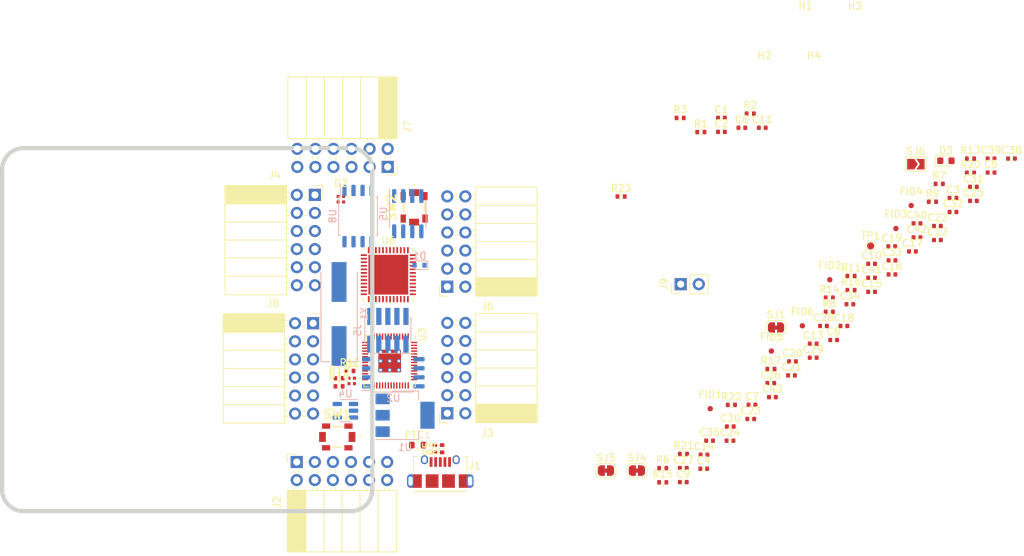
<source format=kicad_pcb>
(kicad_pcb (version 20211014) (generator pcbnew)
  (title_block (title "RP2040 Minimal Design Example") (date "2020-07-13") (rev "REV1") (company "Raspberry Pi (Trading) Ltd"))
  (layers (0 "F.Cu" signal) (31 "B.Cu" signal) (34 "B.Paste" user) (35 "F.Paste" user) (36 "B.SilkS" user "B.Silkscreen") (37 "F.SilkS" user "F.Silkscreen") (38 "B.Mask" user) (39 "F.Mask" user) (44 "Edge.Cuts" user))
  (net 0 "")
  (net 1 "GND")
  (net 2 "VBUS")
  (net 3 "/XIN")
  (net 4 "/XOUT")
  (net 5 "+3V3")
  (net 6 "+1V1")
  (net 7 "/~{USB_BOOT}")
  (net 8 "/SWD")
  (net 9 "/SWCLK")
  (net 10 "/QSPI_SS")
  (net 11 "Net-(R4-Pad2)")
  (net 12 "/QSPI_SD3")
  (net 13 "/QSPI_SCLK")
  (net 14 "/QSPI_SD0")
  (net 15 "/QSPI_SD2")
  (net 16 "/QSPI_SD1")
  (net 17 "/USB_D+")
  (net 18 "/USB_D-")
  (net 19 "Net-(C2-Pad1)")
  (net 20 "+1V2")
  (net 21 "/+1.2V_CORE")
  (net 22 "Net-(C29-Pad1)")
  (net 23 "+2V5")
  (net 24 "Net-(C32-Pad1)")
  (net 25 "/VCC_PLL")
  (net 26 "/ICE_LED_B")
  (net 27 "/ICE_LED_G")
  (net 28 "/ICE_LED_R")
  (net 29 "/ICE_DONE")
  (net 30 "Net-(D4-Pad2)")
  (net 31 "Net-(D4-Pad3)")
  (net 32 "Net-(D4-Pad4)")
  (net 33 "Net-(J1-Pad1)")
  (net 38 "/~{RESET}")
  (net 39 "Net-(R5-Pad2)")
  (net 40 "/ICE_35_G0")
  (net 41 "/ICE_CLK")
  (net 42 "/ICE_RSTn")
  (net 43 "/ICE_SSN")
  (net 44 "/ICE_SCK")
  (net 45 "/ICE_FLASH_IO2")
  (net 46 "/ICE_FLASH_IO3")
  (net 47 "/SRAM_SSN")
  (net 48 "/PICO_LED_R")
  (net 49 "/PICO_LED_G")
  (net 50 "/PICO_LED_B")
  (net 51 "/ICE_10|PB")
  (net 52 "Net-(R22-Pad2)")
  (net 53 "/PICO_CLKOUT")
  (net 54 "Net-(R23-Pad2)")
  (net 55 "/VIO_BANK_2")
  (net 56 "/ICE_SO")
  (net 57 "/ICE_SI")
  (net 58 "/ICE_27")
  (net 59 "/ICE_25")
  (net 60 "/ICE_21")
  (net 61 "/ICE_19")
  (net 62 "/ICE_26")
  (net 63 "/ICE_23")
  (net 64 "/ICE_20_G3")
  (net 65 "/ICE_18")
  (net 66 "/PICO_PMOD_A1")
  (net 67 "/PICO_PMOD_A2")
  (net 68 "/PICO_PMOD_A3")
  (net 69 "/PICO_PMOD_A4")
  (net 70 "/PICO_PMOD_B1")
  (net 71 "/PICO_PMOD_B2")
  (net 72 "/PICO_PMOD_B3")
  (net 73 "/PICO_PMOD_B4")
  (net 74 "/ADC2")
  (net 75 "/ADC3")
  (net 77 "/ICE_2")
  (net 78 "/ICE_3")
  (net 79 "/ICE_4")
  (net 80 "/ICE_6")
  (net 81 "/ICE_9")
  (net 82 "/ICE_11")
  (net 83 "/ICE_28")
  (net 84 "/ICE_31")
  (net 85 "/ICE_32")
  (net 86 "/ICE_34")
  (net 87 "/ICE_36")
  (net 88 "/ICE_38")
  (net 89 "/ICE_42")
  (net 90 "/ICE_43")
  (net 91 "/ICE_44_G6")
  (net 92 "/ICE_45")
  (net 93 "/ICE_46")
  (net 94 "/ICE_47")
  (net 95 "/ICE_48")
  (footprint "MountingHole:MountingHole_2.7mm_M2.5" (layer "F.Cu") (at 188.077 60.685)
    (fp_text reference "H4" (at 0 -3.7) (layer "F.SilkS"))
    (fp_text value "MountingHole")
    (pad "" np_thru_hole circle (at 0 0) (size 2.7 2.7) (drill 2.7) (layers *.Cu *.Mask))
  )
  (footprint "Resistor_SMD:R_0402_1005Metric" (layer "F.Cu") (at 169.257 65.755)
    (fp_text reference "R3" (at 0 -1.17) (layer "F.SilkS"))
    (fp_text value "DNP")
    (pad "1" smd roundrect (at -0.51 0) (size 0.54 0.64) (layers "F.Cu" "F.Paste" "F.Mask") (net 5 "+3V3"))
    (pad "2" smd roundrect (at 0.51 0) (size 0.54 0.64) (layers "F.Cu" "F.Paste" "F.Mask") (net 10 "/QSPI_SS"))
  )
  (footprint "Capacitor_SMD:C_0402_1005Metric" (layer "F.Cu") (at 199.02 87.74)
    (fp_text reference "C16" (at 0 -1.16) (layer "F.SilkS"))
    (fp_text value "0.1u")
    (pad "1" smd roundrect (at -0.48 0) (size 0.56 0.62) (layers "F.Cu" "F.Paste" "F.Mask") (net 5 "+3V3"))
    (pad "2" smd roundrect (at 0.48 0) (size 0.56 0.62) (layers "F.Cu" "F.Paste" "F.Mask") (net 1 "GND"))
  )
  (footprint "Resistor_SMD:R_0402_1005Metric" (layer "F.Cu") (at 166.81 114.96)
    (fp_text reference "R6" (at 0 -1.17) (layer "F.SilkS"))
    (fp_text value "27")
    (pad "1" smd roundrect (at -0.51 0) (size 0.54 0.64) (layers "F.Cu" "F.Paste" "F.Mask") (net 40 "/ICE_35_G0"))
    (pad "2" smd roundrect (at 0.51 0) (size 0.54 0.64) (layers "F.Cu" "F.Paste" "F.Mask") (net 41 "/ICE_CLK"))
  )
  (footprint "Resistor_SMD:R_0402_1005Metric" (layer "F.Cu") (at 122.86 101.305)
    (fp_text reference "R12" (at 0 -1.17) (layer "F.SilkS"))
    (fp_text value "10K")
    (pad "1" smd roundrect (at -0.51 0) (size 0.54 0.64) (layers "F.Cu" "F.Paste" "F.Mask") (net 45 "/ICE_FLASH_IO2"))
    (pad "2" smd roundrect (at 0.51 0) (size 0.54 0.64) (layers "F.Cu" "F.Paste" "F.Mask") (net 5 "+3V3"))
  )
  (footprint "Resistor_SMD:R_0603_1608Metric" (layer "F.Cu") (at 132.385 111.719)
    (fp_text reference "PTC1" (at 0 -1.43) (layer "F.SilkS"))
    (fp_text value "MF-FSMF035X-2")
    (pad "1" smd roundrect (at -0.825 0) (size 0.8 0.95) (layers "F.Cu" "F.Paste" "F.Mask") (net 2 "VBUS"))
    (pad "2" smd roundrect (at 0.825 0) (size 0.8 0.95) (layers "F.Cu" "F.Paste" "F.Mask") (net 33 "Net-(J1-Pad1)"))
  )
  (footprint "Capacitor_SMD:C_0402_1005Metric" (layer "F.Cu") (at 187.95 99.44)
    (fp_text reference "C29" (at 0 -1.16) (layer "F.SilkS"))
    (fp_text value "0.1u")
    (pad "1" smd roundrect (at -0.48 0) (size 0.56 0.62) (layers "F.Cu" "F.Paste" "F.Mask") (net 22 "Net-(C29-Pad1)"))
    (pad "2" smd roundrect (at 0.48 0) (size 0.56 0.62) (layers "F.Cu" "F.Paste" "F.Mask") (net 1 "GND"))
  )
  (footprint "Capacitor_SMD:C_0402_1005Metric" (layer "F.Cu") (at 205.4 82.91)
    (fp_text reference "C12" (at 0 -1.16) (layer "F.SilkS"))
    (fp_text value "0.1u")
    (pad "1" smd roundrect (at -0.48 0) (size 0.56 0.62) (layers "F.Cu" "F.Paste" "F.Mask") (net 5 "+3V3"))
    (pad "2" smd roundrect (at 0.48 0) (size 0.56 0.62) (layers "F.Cu" "F.Paste" "F.Mask") (net 1 "GND"))
  )
  (footprint "Capacitor_SMD:C_0402_1005Metric" (layer "F.Cu") (at 181.99 103.01)
    (fp_text reference "C26" (at 0 -1.16) (layer "F.SilkS"))
    (fp_text value "0.1u")
    (pad "1" smd roundrect (at -0.48 0) (size 0.56 0.62) (layers "F.Cu" "F.Paste" "F.Mask") (net 5 "+3V3"))
    (pad "2" smd roundrect (at 0.48 0) (size 0.56 0.62) (layers "F.Cu" "F.Paste" "F.Mask") (net 1 "GND"))
  )
  (footprint "Fiducial:Fiducial_0.75mm_Mask1.5mm" (layer "F.Cu") (at 190.28 88.49)
    (fp_text reference "FID2" (at 0 -2) (layer "F.SilkS"))
    (fp_text value "Fiducial")
    (pad "" smd circle (at 0 0) (size 0.75 0.75) (layers "F.Cu" "F.Mask") (clearance 0.375))
  )
  (footprint "Capacitor_SMD:C_0402_1005Metric" (layer "F.Cu") (at 172.57 115.04)
    (fp_text reference "C4" (at 0 -1.16) (layer "F.SilkS"))
    (fp_text value "0.1u")
    (pad "1" smd roundrect (at -0.48 0) (size 0.56 0.62) (layers "F.Cu" "F.Paste" "F.Mask") (net 6 "+1V1"))
    (pad "2" smd roundrect (at 0.48 0) (size 0.56 0.62) (layers "F.Cu" "F.Paste" "F.Mask") (net 1 "GND"))
  )
  (footprint "Capacitor_SMD:C_0402_1005Metric" (layer "F.Cu") (at 173.39 111.1)
    (fp_text reference "C35" (at 0 -1.16) (layer "F.SilkS"))
    (fp_text value "0.1u")
    (pad "1" smd roundrect (at -0.48 0) (size 0.56 0.62) (layers "F.Cu" "F.Paste" "F.Mask") (net 5 "+3V3"))
    (pad "2" smd roundrect (at 0.48 0) (size 0.56 0.62) (layers "F.Cu" "F.Paste" "F.Mask") (net 1 "GND"))
  )
  (footprint "Capacitor_SMD:C_0402_1005Metric" (layer "F.Cu") (at 198.98 83.8)
    (fp_text reference "C19" (at 0 -1.16) (layer "F.SilkS"))
    (fp_text value "0.1u")
    (pad "1" smd roundrect (at -0.48 0) (size 0.56 0.62) (layers "F.Cu" "F.Paste" "F.Mask") (net 5 "+3V3"))
    (pad "2" smd roundrect (at 0.48 0) (size 0.56 0.62) (layers "F.Cu" "F.Paste" "F.Mask") (net 1 "GND"))
  )
  (footprint "Capacitor_SMD:C_0402_1005Metric" (layer "F.Cu") (at 176.3 109.11)
    (fp_text reference "C30" (at 0 -1.16) (layer "F.SilkS"))
    (fp_text value "4.7u")
    (pad "1" smd roundrect (at -0.48 0) (size 0.56 0.62) (layers "F.Cu" "F.Paste" "F.Mask") (net 22 "Net-(C29-Pad1)"))
    (pad "2" smd roundrect (at 0.48 0) (size 0.56 0.62) (layers "F.Cu" "F.Paste" "F.Mask") (net 1 "GND"))
  )
  (footprint "LED_SMD:LED_0603_1608Metric" (layer "F.Cu") (at 206.59 71.77)
    (fp_text reference "D3" (at 0 -1.43) (layer "F.SilkS"))
    (fp_text value "LTST-C191KGKT")
    (pad "1" smd roundrect (at -0.7875 0) (size 0.875 0.95) (layers "F.Cu" "F.Paste" "F.Mask") (net 1 "GND"))
    (pad "2" smd roundrect (at 0.7875 0) (size 0.875 0.95) (layers "F.Cu" "F.Paste" "F.Mask") (net 29 "/ICE_DONE"))
  )
  (footprint "Capacitor_SMD:C_0402_1005Metric" (layer "F.Cu") (at 201.89 84.51)
    (fp_text reference "C17" (at 0 -1.16) (layer "F.SilkS"))
    (fp_text value "0.1u")
    (pad "1" smd roundrect (at -0.48 0) (size 0.56 0.62) (layers "F.Cu" "F.Paste" "F.Mask") (net 5 "+3V3"))
    (pad "2" smd roundrect (at 0.48 0) (size 0.56 0.62) (layers "F.Cu" "F.Paste" "F.Mask") (net 1 "GND"))
  )
  (footprint "Capacitor_SMD:C_0402_1005Metric" (layer "F.Cu") (at 205.4 80.94)
    (fp_text reference "C22" (at 0 -1.16) (layer "F.SilkS"))
    (fp_text value "4.7u")
    (pad "1" smd roundrect (at -0.48 0) (size 0.56 0.62) (layers "F.Cu" "F.Paste" "F.Mask") (net 5 "+3V3"))
    (pad "2" smd roundrect (at 0.48 0) (size 0.56 0.62) (layers "F.Cu" "F.Paste" "F.Mask") (net 1 "GND"))
  )
  (footprint "Capacitor_SMD:C_0402_1005Metric" (layer "F.Cu") (at 169.7 116.92)
    (fp_text reference "C9" (at 0 -1.16) (layer "F.SilkS"))
    (fp_text value "4.7u")
    (pad "1" smd roundrect (at -0.48 0) (size 0.56 0.62) (layers "F.Cu" "F.Paste" "F.Mask") (net 2 "VBUS"))
    (pad "2" smd roundrect (at 0.48 0) (size 0.56 0.62) (layers "F.Cu" "F.Paste" "F.Mask") (net 1 "GND"))
  )
  (footprint "Resistor_SMD:R_0402_1005Metric" (layer "F.Cu") (at 166.81 116.95)
    (fp_text reference "R15" (at 0 -1.17) (layer "F.SilkS"))
    (fp_text value "10K")
    (pad "1" smd roundrect (at -0.51 0) (size 0.54 0.64) (layers "F.Cu" "F.Paste" "F.Mask") (net 47 "/SRAM_SSN"))
    (pad "2" smd roundrect (at 0.51 0) (size 0.54 0.64) (layers "F.Cu" "F.Paste" "F.Mask") (net 5 "+3V3"))
  )
  (footprint "Capacitor_SMD:C_0402_1005Metric" (layer "F.Cu") (at 184.9 101.93)
    (fp_text reference "C21" (at 0 -1.16) (layer "F.SilkS"))
    (fp_text value "0.1u")
    (pad "1" smd roundrect (at -0.48 0) (size 0.56 0.62) (layers "F.Cu" "F.Paste" "F.Mask") (net 5 "+3V3"))
    (pad "2" smd roundrect (at 0.48 0) (size 0.56 0.62) (layers "F.Cu" "F.Paste" "F.Mask") (net 1 "GND"))
  )
  (footprint "Capacitor_SMD:C_0402_1005Metric" (layer "F.Cu") (at 185.04 99.96)
    (fp_text reference "C20" (at 0 -1.16) (layer "F.SilkS"))
    (fp_text value "0.1u")
    (pad "1" smd roundrect (at -0.48 0) (size 0.56 0.62) (layers "F.Cu" "F.Paste" "F.Mask") (net 5 "+3V3"))
    (pad "2" smd roundrect (at 0.48 0) (size 0.56 0.62) (layers "F.Cu" "F.Paste" "F.Mask") (net 1 "GND"))
  )
  (footprint "Capacitor_SMD:C_0402_1005Metric" (layer "F.Cu") (at 207.59 77)
    (fp_text reference "C3" (at 0 -1.16) (layer "F.SilkS"))
    (fp_text value "4.7u")
    (pad "1" smd roundrect (at -0.48 0) (size 0.56 0.62) (layers "F.Cu" "F.Paste" "F.Mask") (net 2 "VBUS"))
    (pad "2" smd roundrect (at 0.48 0) (size 0.56 0.62) (layers "F.Cu" "F.Paste" "F.Mask") (net 1 "GND"))
  )
  (footprint "Capacitor_SMD:C_0402_1005Metric" (layer "F.Cu") (at 212.94 73.43)
    (fp_text reference "C5" (at 0 -1.16) (layer "F.SilkS"))
    (fp_text value "0.1u")
    (pad "1" smd roundrect (at -0.48 0) (size 0.56 0.62) (layers "F.Cu" "F.Paste" "F.Mask") (net 6 "+1V1"))
    (pad "2" smd roundrect (at 0.48 0) (size 0.56 0.62) (layers "F.Cu" "F.Paste" "F.Mask") (net 1 "GND"))
  )
  (footprint "Resistor_SMD:R_0402_1005Metric" (layer "F.Cu") (at 176.46 106.07)
    (fp_text reference "R22" (at 0 -1.17) (layer "F.SilkS"))
    (fp_text value "27")
    (pad "1" smd roundrect (at -0.51 0) (size 0.54 0.64) (layers "F.Cu" "F.Paste" "F.Mask") (net 44 "/ICE_SCK"))
    (pad "2" smd roundrect (at 0.51 0) (size 0.54 0.64) (layers "F.Cu" "F.Paste" "F.Mask") (net 52 "Net-(R22-Pad2)"))
  )
  (footprint "CUSTOM:PTS820J25KSMTRLFS" (layer "F.Cu") (at 131.877 78.318 -90)
    (fp_text reference "SW2" (at 0 3.187 90) (layer "F.SilkS") (effects (font (size 1.27 1.27) (thickness 0.254))))
    (fp_text value "PTS820 J25K SMTR LFS" hide)
    (pad "1" smd rect (at -2.075 0 270) (size 0.95 1.4) (layers "F.Cu" "F.Paste" "F.Mask") (net 5 "+3V3"))
    (pad "2" smd rect (at 2.075 0 270) (size 0.95 1.4) (layers "F.Cu" "F.Paste" "F.Mask") (net 51 "/ICE_10|PB"))
    (pad "SH1" smd rect (at -1.575 -1.525) (size 0.75 1.15) (layers "F.Cu" "F.Paste" "F.Mask"))
    (pad "SH1" smd rect (at -1.575 1.525) (size 0.75 1.15) (layers "F.Cu" "F.Paste" "F.Mask"))
    (pad "SH2" smd rect (at 1.575 -1.525) (size 0.75 1.15) (layers "F.Cu" "F.Paste" "F.Mask"))
    (pad "SH2" smd rect (at 1.575 1.525) (size 0.75 1.15) (layers "F.Cu" "F.Paste" "F.Mask"))
  )
  (footprint "Resistor_SMD:R_0402_1005Metric" (layer "F.Cu") (at 135.814 112.227 90)
    (fp_text reference "R4" (at 0 -1.17 90) (layer "F.SilkS"))
    (fp_text value "27")
    (pad "1" smd roundrect (at -0.51 0 90) (size 0.54 0.64) (layers "F.Cu" "F.Paste" "F.Mask") (net 17 "/USB_D+"))
    (pad "2" smd roundrect (at 0.51 0 90) (size 0.54 0.64) (layers "F.Cu" "F.Paste" "F.Mask") (net 11 "Net-(R4-Pad2)"))
  )
  (footprint "CUSTOM:PMOD_2x06_P2.54mm_Horizontal" (layer "F.Cu") (at 117.944 76.565)
    (fp_text reference "J4" (at -5.65 -2.77) (layer "F.SilkS"))
    (fp_text value "6X2 Female Header")
    (pad "a1" thru_hole rect (at 0 0) (size 1.7 1.7) (drill 1) (layers *.Cu *.Mask) (net 79 "/ICE_4"))
    (pad "a2" thru_hole oval (at 0 2.54) (size 1.7 1.7) (drill 1) (layers *.Cu *.Mask) (net 77 "/ICE_2"))
    (pad "a3" thru_hole oval (at 0 5.08) (size 1.7 1.7) (drill 1) (layers *.Cu *.Mask) (net 94 "/ICE_47"))
    (pad "a4" thru_hole oval (at 0 7.62) (size 1.7 1.7) (drill 1) (layers *.Cu *.Mask) (net 92 "/ICE_45"))
    (pad "a5" thru_hole oval (at 0 10.16) (size 1.7 1.7) (drill 1) (layers *.Cu *.Mask) (net 1 "GND"))
    (pad "a6" thru_hole oval (at 0 12.7) (size 1.7 1.7) (drill 1) (layers *.Cu *.Mask) (net 5 "+3V3"))
    (pad "b1" thru_hole oval (at -2.54 0) (size 1.7 1.7) (drill 1) (layers *.Cu *.Mask) (net 78 "/ICE_3"))
    (pad "b2" thru_hole oval (at -2.54 2.54) (size 1.7 1.7) (drill 1) (layers *.Cu *.Mask) (net 95 "/ICE_48"))
    (pad "b3" thru_hole oval (at -2.54 5.08) (size 1.7 1.7) (drill 1) (layers *.Cu *.Mask) (net 93 "/ICE_46"))
    (pad "b4" thru_hole oval (at -2.54 7.62) (size 1.7 1.7) (drill 1) (layers *.Cu *.Mask) (net 91 "/ICE_44_G6"))
    (pad "b5" thru_hole oval (at -2.54 10.16) (size 1.7 1.7) (drill 1) (layers *.Cu *.Mask) (net 1 "GND"))
    (pad "b6" thru_hole oval (at -2.54 12.7) (size 1.7 1.7) (drill 1) (layers *.Cu *.Mask) (net 5 "+3V3"))
  )
  (footprint "Capacitor_SMD:C_0402_1005Metric" (layer "F.Cu") (at 212.94 71.46)
    (fp_text reference "C39" (at 0 -1.16) (layer "F.SilkS"))
    (fp_text value "0.1u")
    (pad "1" smd roundrect (at -0.48 0) (size 0.56 0.62) (layers "F.Cu" "F.Paste" "F.Mask") (net 5 "+3V3"))
    (pad "2" smd roundrect (at 0.48 0) (size 0.56 0.62) (layers "F.Cu" "F.Paste" "F.Mask") (net 1 "GND"))
  )
  (footprint "Resistor_SMD:R_0402_1005Metric" (layer "F.Cu") (at 134.798 112.227 90)
    (fp_text reference "R5" (at 0 -1.17 90) (layer "F.SilkS"))
    (fp_text value "27")
    (pad "1" smd roundrect (at -0.51 0 90) (size 0.54 0.64) (layers "F.Cu" "F.Paste" "F.Mask") (net 18 "/USB_D-"))
    (pad "2" smd roundrect (at 0.51 0 90) (size 0.54 0.64) (layers "F.Cu" "F.Paste" "F.Mask") (net 39 "Net-(R5-Pad2)"))
  )
  (footprint "Resistor_SMD:R_0402_1005Metric" (layer "F.Cu") (at 121.336 102.321)
    (fp_text reference "R18" (at 0 -1.17) (layer "F.SilkS"))
    (fp_text value "2.2K")
    (pad "1" smd roundrect (at -0.51 0) (size 0.54 0.64) (layers "F.Cu" "F.Paste" "F.Mask") (net 48 "/PICO_LED_R"))
    (pad "2" smd roundrect (at 0.51 0) (size 0.54 0.64) (layers "F.Cu" "F.Paste" "F.Mask") (net 32 "Net-(D4-Pad4)"))
  )
  (footprint "Capacitor_SMD:C_0402_1005Metric" (layer "F.Cu") (at 192.26 94.98)
    (fp_text reference "C18" (at 0 -1.16) (layer "F.SilkS"))
    (fp_text value "0.1u")
    (pad "1" smd roundrect (at -0.48 0) (size 0.56 0.62) (layers "F.Cu" "F.Paste" "F.Mask") (net 5 "+3V3"))
    (pad "2" smd roundrect (at 0.48 0) (size 0.56 0.62) (layers "F.Cu" "F.Paste" "F.Mask") (net 1 "GND"))
  )
  (footprint "Connector_PinHeader_2.54mm:PinHeader_1x02_P2.54mm_Vertical" (layer "F.Cu") (at 169.337 89.113 90)
    (fp_text reference "J9" (at 0 -2.33 90) (layer "F.SilkS"))
    (fp_text value "BOOT_SEL")
    (pad "1" thru_hole rect (at 0 0 90) (size 1.7 1.7) (drill 1) (layers *.Cu *.Mask) (net 7 "/~{USB_BOOT}"))
    (pad "2" thru_hole oval (at 0 2.54 90) (size 1.7 1.7) (drill 1) (layers *.Cu *.Mask) (net 1 "GND"))
  )
  (footprint "Capacitor_SMD:C_0402_1005Metric" (layer "F.Cu") (at 210.46 77.41)
    (fp_text reference "C25" (at 0 -1.16) (layer "F.SilkS"))
    (fp_text value "4.7u")
    (pad "1" smd roundrect (at -0.48 0) (size 0.56 0.62) (layers "F.Cu" "F.Paste" "F.Mask") (net 5 "+3V3"))
    (pad "2" smd roundrect (at 0.48 0) (size 0.56 0.62) (layers "F.Cu" "F.Paste" "F.Mask") (net 1 "GND"))
  )
  (footprint "CUSTOM:MOLEX_47589-0001" (layer "F.Cu") (at 135.56 116.037)
    (fp_text reference "J1" (at 4.833 -1.4215 -180) (layer "F.SilkS"))
    (fp_text value "Connector_USB_B_Micro")
    (fp_poly (pts (xy -2.6 1.6875) (xy -4.175 1.688) (xy -4.153 1.687) (xy -4.128 1.685) (xy -4.103 1.682) (xy -4.078 1.677) (xy -4.054 1.671) (xy -4.03 1.664) (xy -4.006 1.656) (xy -3.983 1.646) (xy -3.961 1.635) (xy -3.939 1.624) (xy -3.917 1.61) (xy -3.897 1.596) (xy -3.877 1.581) (xy -3.858 1.565) (xy -3.84 1.548) (xy -3.823 1.53) (xy -3.806 1.511) (xy -3.791 1.491) (xy -3.777 1.47) (xy -3.764 1.449) (xy -3.752 1.427) (xy -3.741 1.404) (xy -3.732 1.381) (xy -3.723 1.358) (xy -3.716 1.334) (xy -3.71 1.309) (xy -3.706 1.285) (xy -3.703 1.26) (xy -3.701 1.235) (xy -3.7 1.208) (xy -3.7 0.258) (xy -3.701 0.235) (xy -3.703 0.211) (xy -3.706 0.186) (xy -3.71 0.162) (xy -3.716 0.138) (xy -3.723 0.114) (xy -3.731 0.091) (xy -3.741 0.068) (xy -3.751 0.045) (xy -3.763 0.024) (xy -3.776 0.003) (xy -3.79 -0.018) (xy -3.805 -0.037) (xy -3.821 -0.056) (xy -3.838 -0.074) (xy -3.856 -0.091) (xy -3.875 -0.107) (xy -3.895 -0.122) (xy -3.915 -0.136) (xy -3.936 -0.149) (xy -3.958 -0.161) (xy -3.98 -0.172) (xy -4.003 -0.181) (xy -4.026 -0.189) (xy -4.05 -0.196) (xy -4.074 -0.202) (xy -4.099 -0.207) (xy -4.123 -0.21) (xy -4.148 -0.212) (xy -4.175 -0.212) (xy -2.6 -0.212) (xy -2.6 1.688) (xy -2.6 1.6875)) (layer "F.Cu") (width 0.0001) (fill solid))
    (fp_poly (pts (xy 2.6 -0.2125) (xy 4.175 -0.212) (xy 4.153 -0.212) (xy 4.128 -0.21) (xy 4.103 -0.207) (xy 4.078 -0.202) (xy 4.054 -0.196) (xy 4.03 -0.189) (xy 4.006 -0.181) (xy 3.983 -0.171) (xy 3.961 -0.16) (xy 3.939 -0.149) (xy 3.917 -0.135) (xy 3.897 -0.121) (xy 3.877 -0.106) (xy 3.858 -0.09) (xy 3.84 -0.073) (xy 3.823 -0.055) (xy 3.806 -0.036) (xy 3.791 -0.016) (xy 3.777 0.005) (xy 3.764 0.026) (xy 3.752 0.048) (xy 3.741 0.071) (xy 3.732 0.094) (xy 3.723 0.117) (xy 3.716 0.141) (xy 3.71 0.166) (xy 3.706 0.19) (xy 3.703 0.215) (xy 3.701 0.24) (xy 3.7 0.268) (xy 3.7 1.218) (xy 3.701 1.24) (xy 3.703 1.264) (xy 3.706 1.289) (xy 3.71 1.313) (xy 3.716 1.337) (xy 3.723 1.361) (xy 3.731 1.384) (xy 3.741 1.407) (xy 3.751 1.43) (xy 3.763 1.451) (xy 3.776 1.472) (xy 3.79 1.493) (xy 3.805 1.512) (xy 3.821 1.531) (xy 3.838 1.549) (xy 3.856 1.566) (xy 3.875 1.582) (xy 3.895 1.597) (xy 3.915 1.611) (xy 3.936 1.624) (xy 3.958 1.636) (xy 3.98 1.647) (xy 4.003 1.656) (xy 4.026 1.664) (xy 4.05 1.671) (xy 4.074 1.677) (xy 4.099 1.682) (xy 4.123 1.685) (xy 4.148 1.687) (xy 4.175 1.688) (xy 2.6 1.688) (xy 2.6 -0.212) (xy 2.6 -0.2125)) (layer "F.Cu") (width 0.0001) (fill solid))
    (pad "1" smd rect (at -1.3 -1.9375 270) (size 1.35 0.4) (layers "F.Cu" "F.Paste" "F.Mask") (net 33 "Net-(J1-Pad1)"))
    (pad "2" smd rect (at -0.65 -1.9375 270) (size 1.35 0.4) (layers "F.Cu" "F.Paste" "F.Mask") (net 18 "/USB_D-"))
    (pad "3" smd rect (at 0 -1.9375 270) (size 1.35 0.4) (layers "F.Cu" "F.Paste" "F.Mask") (net 17 "/USB_D+"))
    (pad "4" smd rect (at 0.65 -1.9375 270) (size 1.35 0.4) (layers "F.Cu" "F.Paste" "F.Mask"))
    (pad "5" smd rect (at 1.3 -1.9375 270) (size 1.35 0.4) (layers "F.Cu" "F.Paste" "F.Mask") (net 1 "GND"))
    (pad "SH" thru_hole oval (at -4.175 0.7375) (size 0.95 1.9) (drill oval 0.6 1.3) (layers *.Cu *.Mask) (net 1 "GND"))
    (pad "SH" smd rect (at 1.15 0.7375 90) (size 1.9 1.8) (layers "F.Cu" "F.Paste" "F.Mask") (net 1 "GND"))
    (pad "SH" smd rect (at -1.15 0.7375 90) (size 1.9 1.8) (layers "F.Cu" "F.Paste" "F.Mask") (net 1 "GND"))
    (pad "SH" thru_hole oval (at -2.225 -2.2625) (size 1 1.25) (drill oval 0.6 0.85) (layers *.Cu *.Mask) (net 1 "GND"))
    (pad "SH" thru_hole oval (at 2.225 -2.2625) (size 1 1.25) (drill oval 0.6 0.85) (layers *.Cu *.Mask) (net 1 "GND"))
    (pad "SH" thru_hole oval (at 4.175 0.7375) (size 0.95 1.9) (drill oval 0.6 1.3) (layers *.Cu *.Mask) (net 1 "GND"))
  )
  (footprint "Capacitor_SMD:C_0402_1005Metric" (layer "F.Cu") (at 196.15 88.22)
    (fp_text reference "C41" (at 0 -1.16) (layer "F.SilkS"))
    (fp_text value "0.1u")
    (pad "1" smd roundrect (at -0.48 0) (size 0.56 0.62) (layers "F.Cu" "F.Paste" "F.Mask") (net 5 "+3V3"))
    (pad "2" smd roundrect (at 0.48 0) (size 0.56 0.62) (layers "F.Cu" "F.Paste" "F.Mask") (net 1 "GND"))
  )
  (footprint "Capacitor_SMD:C_0402_1005Metric" (layer "F.Cu") (at 202.53 82.54)
    (fp_text reference "C42" (at 0 -1.16) (layer "F.SilkS"))
    (fp_text value "0.1u")
    (pad "1" smd roundrect (at -0.48 0) (size 0.56 0.62) (layers "F.Cu" "F.Paste" "F.Mask") (net 5 "+3V3"))
    (pad "2" smd roundrect (at 0.48 0) (size 0.56 0.62) (layers "F.Cu" "F.Paste" "F.Mask") (net 1 "GND"))
  )
  (footprint "Capacitor_SMD:C_0402_1005Metric" (layer "F.Cu") (at 175.057 65.745)
    (fp_text reference "C1" (at 0 -1.16) (layer "F.SilkS"))
    (fp_text value "27p")
    (pad "1" smd roundrect (at -0.48 0) (size 0.56 0.62) (layers "F.Cu" "F.Paste" "F.Mask") (net 3 "/XIN"))
    (pad "2" smd roundrect (at 0.48 0) (size 0.56 0.62) (layers "F.Cu" "F.Paste" "F.Mask") (net 1 "GND"))
  )
  (footprint "Capacitor_SMD:C_0402_1005Metric" (layer "F.Cu") (at 169.7 114.95)
    (fp_text reference "C27" (at 0 -1.16) (layer "F.SilkS"))
    (fp_text value "0.1u")
    (pad "1" smd roundrect (at -0.48 0) (size 0.56 0.62) (layers "F.Cu" "F.Paste" "F.Mask") (net 21 "/+1.2V_CORE"))
    (pad "2" smd roundrect (at 0.48 0) (size 0.56 0.62) (layers "F.Cu" "F.Paste" "F.Mask") (net 1 "GND"))
  )
  (footprint "Capacitor_SMD:C_0402_1005Metric" (layer "F.Cu") (at 187.95 97.47)
    (fp_text reference "C13" (at 0 -1.16) (layer "F.SilkS"))
    (fp_text value "4.7u")
    (pad "1" smd roundrect (at -0.48 0) (size 0.56 0.62) (layers "F.Cu" "F.Paste" "F.Mask") (net 20 "+1V2"))
    (pad "2" smd roundrect (at 0.48 0) (size 0.56 0.62) (layers "F.Cu" "F.Paste" "F.Mask") (net 1 "GND"))
  )
  (footprint "Capacitor_SMD:C_0402_1005Metric" (layer "F.Cu") (at 202.53 80.57)
    (fp_text reference "C40" (at 0 -1.16) (layer "F.SilkS"))
    (fp_text value "0.1u")
    (pad "1" smd roundrect (at -0.48 0) (size 0.56 0.62) (layers "F.Cu" "F.Paste" "F.Mask") (net 5 "+3V3"))
    (pad "2" smd roundrect (at 0.48 0) (size 0.56 0.62) (layers "F.Cu" "F.Paste" "F.Mask") (net 1 "GND"))
  )
  (footprint "Jumper:SolderJumper-2_P1.3mm_Open_TrianglePad1.0x1.5mm" (layer "F.Cu") (at 202.37 72.25)
    (fp_text reference "SJ6" (at 0 -1.8) (layer "F.SilkS"))
    (fp_text value "OPEN")
    (pad "1" smd custom (at -0.725 0) (size 0.3 0.3) (layers "F.Cu" "F.Mask") (net 55 "/VIO_BANK_2") (options (clearance outline) (anchor rect)) (primitives (gr_poly (pts (xy 1 0) (xy 0.5 0.75) (xy -0.5 0.75) (xy -0.5 -0.75) (xy 0.5 -0.75)) (width 0) (fill yes))))
    (pad "2" smd custom (at 0.725 0) (size 0.3 0.3) (layers "F.Cu" "F.Mask") (net 22 "Net-(C29-Pad1)") (options (clearance outline) (anchor rect)) (primitives (gr_poly (pts (xy 0.5 0.75) (xy -0.65 0.75) (xy -0.15 0) (xy -0.65 -0.75) (xy 0.5 -0.75)) (width 0) (fill yes))))
  )
  (footprint "Resistor_SMD:R_0402_1005Metric" (layer "F.Cu") (at 190.21 93)
    (fp_text reference "R8" (at 0 -1.17) (layer "F.SilkS"))
    (fp_text value "10K")
    (pad "1" smd roundrect (at -0.51 0) (size 0.54 0.64) (layers "F.Cu" "F.Paste" "F.Mask") (net 43 "/ICE_SSN"))
    (pad "2" smd roundrect (at 0.51 0) (size 0.54 0.64) (layers "F.Cu" "F.Paste" "F.Mask") (net 5 "+3V3"))
  )
  (footprint "Capacitor_SMD:C_0402_1005Metric" (layer "F.Cu") (at 177.927 67.135)
    (fp_text reference "C6" (at 0 -1.16) (layer "F.SilkS"))
    (fp_text value "1u")
    (pad "1" smd roundrect (at -0.48 0) (size 0.56 0.62) (layers "F.Cu" "F.Paste" "F.Mask") (net 6 "+1V1"))
    (pad "2" smd roundrect (at 0.48 0) (size 0.56 0.62) (layers "F.Cu" "F.Paste" "F.Mask") (net 1 "GND"))
  )
  (footprint "Capacitor_SMD:C_0402_1005Metric" (layer "F.Cu") (at 215.81 71.46)
    (fp_text reference "C38" (at 0 -1.16) (layer "F.SilkS"))
    (fp_text value "0.1u")
    (pad "1" smd roundrect (at -0.48 0) (size 0.56 0.62) (layers "F.Cu" "F.Paste" "F.Mask") (net 5 "+3V3"))
    (pad "2" smd roundrect (at 0.48 0) (size 0.56 0.62) (layers "F.Cu" "F.Paste" "F.Mask") (net 1 "GND"))
  )
  (footprint "Jumper:SolderJumper-2_P1.3mm_Bridged_RoundedPad1.0x1.5mm" (layer "F.Cu") (at 158.83 115.3)
    (fp_text reference "SJ5" (at 0 -1.8) (layer "F.SilkS"))
    (fp_text value "SHORT")
    (fp_poly (pts (xy 0.25 -0.3) (xy -0.25 -0.3) (xy -0.25 0.3) (xy 0.25 0.3)) (layer "F.Cu") (width 0) (fill solid))
    (pad "1" smd custom (at -0.65 0) (size 1 0.5) (layers "F.Cu" "F.Mask") (net 5 "+3V3") (options (clearance outline) (anchor rect)) (primitives (gr_circle (center 0 0.25) (end 0.5 0.25) (width 0) (fill yes)) (gr_circle (center 0 -0.25) (end 0.5 -0.25) (width 0) (fill yes)) (gr_poly (pts (xy 0.5 0.75) (xy 0 0.75) (xy 0 -0.75) (xy 0.5 -0.75)) (width 0) (fill yes))))
    (pad "2" smd custom (at 0.65 0) (size 1 0.5) (layers "F.Cu" "F.Mask") (net 22 "Net-(C29-Pad1)") (options (clearance outline) (anchor rect)) (primitives (gr_circle (center 0 0.25) (end 0.5 0.25) (width 0) (fill yes)) (gr_circle (center 0 -0.25) (end 0.5 -0.25) (width 0) (fill yes)) (gr_poly (pts (xy 0 0.75) (xy -0.5 0.75) (xy -0.5 -0.75) (xy 0 -0.75)) (width 0) (fill yes))))
  )
  (footprint "CUSTOM:PMOD_2x06_P2.54mm_Horizontal" (layer "F.Cu") (at 136.539 107.249 180)
    (fp_text reference "J3" (at -5.65 -2.77) (layer "F.SilkS"))
    (fp_text value "6X2 Female Header")
    (pad "a1" thru_hole rect (at 0 0 180) (size 1.7 1.7) (drill 1) (layers *.Cu *.Mask) (net 66 "/PICO_PMOD_A1"))
    (pad "a2" thru_hole oval (at 0 2.54 180) (size 1.7 1.7) (drill 1) (layers *.Cu *.Mask) (net 67 "/PICO_PMOD_A2"))
    (pad "a3" thru_hole oval (at 0 5.08 180) (size 1.7 1.7) (drill 1) (layers *.Cu *.Mask) (net 68 "/PICO_PMOD_A3"))
    (pad "a4" thru_hole oval (at 0 7.62 180) (size 1.7 1.7) (drill 1) (layers *.Cu *.Mask) (net 69 "/PICO_PMOD_A4"))
    (pad "a5" thru_hole oval (at 0 10.16 180) (size 1.7 1.7) (drill 1) (layers *.Cu *.Mask) (net 1 "GND"))
    (pad "a6" thru_hole oval (at 0 12.7 180) (size 1.7 1.7) (drill 1) (layers *.Cu *.Mask) (net 5 "+3V3"))
    (pad "b1" thru_hole oval (at -2.54 0 180) (size 1.7 1.7) (drill 1) (layers *.Cu *.Mask) (net 70 "/PICO_PMOD_B1"))
    (pad "b2" thru_hole oval (at -2.54 2.54 180) (size 1.7 1.7) (drill 1) (layers *.Cu *.Mask) (net 71 "/PICO_PMOD_B2"))
    (pad "b3" thru_hole oval (at -2.54 5.08 180) (size 1.7 1.7) (drill 1) (layers *.Cu *.Mask) (net 72 "/PICO_PMOD_B3"))
    (pad "b4" thru_hole oval (at -2.54 7.62 180) (size 1.7 1.7) (drill 1) (layers *.Cu *.Mask) (net 73 "/PICO_PMOD_B4"))
    (pad "b5" thru_hole oval (at -2.54 10.16 180) (size 1.7 1.7) (drill 1) (layers *.Cu *.Mask) (net 1 "GND"))
    (pad "b6" thru_hole oval (at -2.54 12.7 180) (size 1.7 1.7) (drill 1) (layers *.Cu *.Mask) (net 5 "+3V3"))
  )
  (footprint "Resistor_SMD:R_0402_1005Metric" (layer "F.Cu") (at 204.7 77.53)
    (fp_text reference "R9" (at 0 -1.17) (layer "F.SilkS"))
    (fp_text value "10K")
    (pad "1" smd roundrect (at -0.51 0) (size 0.54 0.64) (layers "F.Cu" "F.Paste" "F.Mask") (net 44 "/ICE_SCK"))
    (pad "2" smd roundrect (at 0.51 0) (size 0.54 0.64) (layers "F.Cu" "F.Paste" "F.Mask") (net 5 "+3V3"))
  )
  (footprint "Capacitor_SMD:C_0402_1005Metric" (layer "F.Cu") (at 179.35 106.06)
    (fp_text reference "C7" (at 0 -1.16) (layer "F.SilkS"))
    (fp_text value "4.7u")
    (pad "1" smd roundrect (at -0.48 0) (size 0.56 0.62) (layers "F.Cu" "F.Paste" "F.Mask") (net 5 "+3V3"))
    (pad "2" smd roundrect (at 0.48 0) (size 0.56 0.62) (layers "F.Cu" "F.Paste" "F.Mask") (net 1 "GND"))
  )
  (footprint "Capacitor_SMD:C_0402_1005Metric" (layer "F.Cu") (at 179.17 108.05)
    (fp_text reference "C23" (at 0 -1.16) (layer "F.SilkS"))
    (fp_text value "0.1u")
    (pad "1" smd roundrect (at -0.48 0) (size 0.56 0.62) (layers "F.Cu" "F.Paste" "F.Mask") (net 5 "+3V3"))
    (pad "2" smd roundrect (at 0.48 0) (size 0.56 0.62) (layers "F.Cu" "F.Paste" "F.Mask") (net 1 "GND"))
  )
  (footprint "Resistor_SMD:R_0402_1005Metric" (layer "F.Cu") (at 182.01 101.03)
    (fp_text reference "R17" (at 0 -1.17) (layer "F.SilkS"))
    (fp_text value "10K")
    (pad "1" smd roundrect (at -0.51 0) (size 0.54 0.64) (layers "F.Cu" "F.Paste" "F.Mask") (net 44 "/ICE_SCK"))
    (pad "2" smd roundrect (at 0.51 0) (size 0.54 0.64) (layers "F.Cu" "F.Paste" "F.Mask") (net 5 "+3V3"))
  )
  (footprint "MountingHole:MountingHole_2.7mm_M2.5" (layer "F.Cu") (at 181.127 60.685)
    (fp_text reference "H2" (at 0 -3.7) (layer "F.SilkS"))
    (fp_text value "MountingHole")
    (pad "" np_thru_hole circle (at 0 0) (size 2.7 2.7) (drill 2.7) (layers *.Cu *.Mask))
  )
  (footprint "Fiducial:Fiducial_0.75mm_Mask1.5mm" (layer "F.Cu") (at 186.43 94.96)
    (fp_text reference "FID6" (at 0 -2) (layer "F.SilkS"))
    (fp_text value "Fiducial")
    (pad "" smd circle (at 0 0) (size 0.75 0.75) (layers "F.Cu" "F.Mask") (clearance 0.375))
  )
  (footprint "Capacitor_SMD:C_0402_1005Metric" (layer "F.Cu") (at 180.797 67.135)
    (fp_text reference "C11" (at 0 -1.16) (layer "F.SilkS"))
    (fp_text value "1u")
    (pad "1" smd roundrect (at -0.48 0) (size 0.56 0.62) (layers "F.Cu" "F.Paste" "F.Mask") (net 5 "+3V3"))
    (pad "2" smd roundrect (at 0.48 0) (size 0.56 0.62) (layers "F.Cu" "F.Paste" "F.Mask") (net 1 "GND"))
  )
  (footprint "Capacitor_SMD:C_0402_1005Metric" (layer "F.Cu") (at 196.15 90.19)
    (fp_text reference "C15" (at 0 -1.16) (layer "F.SilkS"))
    (fp_text value "0.1u")
    (pad "1" smd roundrect (at -0.48 0) (size 0.56 0.62) (layers "F.Cu" "F.Paste" "F.Mask") (net 5 "+3V3"))
    (pad "2" smd roundrect (at 0.48 0) (size 0.56 0.62) (layers "F.Cu" "F.Paste" "F.Mask") (net 1 "GND"))
  )
  (footprint "CUSTOM:LED_Cree-PLCC4_1x1mm_CW" (layer "F.Cu") (at 121.59 77.175)
    (fp_text reference "D2" (at 0 -2.25) (layer "F.SilkS"))
    (fp_text value "MHPA1010RGBDT")
    (pad "1" smd rect (at 0.385 -0.385) (size 0.43 0.43) (layers "F.Cu" "F.Paste" "F.Mask") (net 24 "Net-(C32-Pad1)"))
    (pad "2" smd rect (at 0.385 0.385) (size 0.43 0.43) (layers "F.Cu" "F.Paste" "F.Mask") (net 26 "/ICE_LED_B"))
    (pad "3" smd rect (at -0.385 0.385) (size 0.43 0.43) (layers "F.Cu" "F.Paste" "F.Mask") (net 27 "/ICE_LED_G"))
    (pad "4" smd rect (at -0.385 -0.385) (size 0.43 0.43) (layers "F.Cu" "F.Paste" "F.Mask") (net 28 "/ICE_LED_R"))
  )
  (footprint "Resistor_SMD:R_0402_1005Metric" (layer "F.Cu") (at 190.21 91.01)
    (fp_text reference "R14" (at 0 -1.17) (layer "F.SilkS"))
    (fp_text value "2.2K")
    (pad "1" smd roundrect (at -0.51 0) (size 0.54 0.64) (layers "F.Cu" "F.Paste" "F.Mask") (net 29 "/ICE_DONE"))
    (pad "2" smd roundrect (at 0.51 0) (size 0.54 0.64) (layers "F.Cu" "F.Paste" "F.Mask") (net 5 "+3V3"))
  )
  (footprint "CUSTOM:PMOD_2x06_P2.54mm_Horizontal" (layer "F.Cu") (at 128.169 72.64 -90)
    (fp_text reference "J7" (at -5.65 -2.77 90) (layer "F.SilkS"))
    (fp_text value "6X2 Female Header")
    (pad "a1" thru_hole rect (at 0 0 270) (size 1.7 1.7) (drill 1) (layers *.Cu *.Mask) (net 43 "/ICE_SSN"))
    (pad "a2" thru_hole oval (at 0 2.54 270) (size 1.7 1.7) (drill 1) (layers *.Cu *.Mask) (net 56 "/ICE_SO"))
    (pad "a3" thru_hole oval (at 0 5.08 270) (size 1.7 1.7) (drill 1) (layers *.Cu *.Mask) (net 57 "/ICE_SI"))
    (pad "a4" thru_hole oval (at 0 7.62 270) (size 1.7 1.7) (drill 1) (layers *.Cu *.Mask) (net 44 "/ICE_SCK"))
    (pad "a5" thru_hole oval (at 0 10.16 270) (size 1.7 1.7) (drill 1) (layers *.Cu *.Mask) (net 42 "/ICE_RSTn"))
    (pad "a6" thru_hole oval (at 0 12.7 270) (size 1.7 1.7) (drill 1) (layers *.Cu *.Mask) (net 55 "/VIO_BANK_2"))
    (pad "b1" thru_hole oval (at -2.54 0 270) (size 1.7 1.7) (drill 1) (layers *.Cu *.Mask) (net 45 "/ICE_FLASH_IO2"))
    (pad "b2" thru_hole oval (at -2.54 2.54 270) (size 1.7 1.7) (drill 1) (layers *.Cu *.Mask) (net 46 "/ICE_FLASH_IO3"))
    (pad "b3" thru_hole oval (at -2.54 5.08 270) (size 1.7 1.7) (drill 1) (layers *.Cu *.Mask) (net 27 "/ICE_LED_G"))
    (pad "b4" thru_hole oval (at -2.54 7.62 270) (size 1.7 1.7) (drill 1) (layers *.Cu *.Mask) (net 26 "/ICE_LED_B"))
    (pad "b5" thru_hole oval (at -2.54 10.16 270) (size 1.7 1.7) (drill 1) (layers *.Cu *.Mask) (net 28 "/ICE_LED_R"))
    (pad "b6" thru_hole oval (at -2.54 12.7 270) (size 1.7 1.7) (drill 1) (layers *.Cu *.Mask) (net 29 "/ICE_DONE"))
  )
  (footprint "Fiducial:Fiducial_0.75mm_Mask1.5mm" (layer "F.Cu") (at 201.72 78.06)
    (fp_text reference "FID4" (at 0 -2) (layer "F.SilkS"))
    (fp_text value "Fiducial")
    (pad "" smd circle (at 0 0) (size 0.75 0.75) (layers "F.Cu" "F.Mask") (clearance 0.375))
  )
  (footprint "Capacitor_SMD:C_0402_1005Metric" (layer "F.Cu") (at 210.46 75.44)
    (fp_text reference "C31" (at 0 -1.16) (layer "F.SilkS"))
    (fp_text value "4.7u")
    (pad "1" smd roundrect (at -0.48 0) (size 0.56 0.62) (layers "F.Cu" "F.Paste" "F.Mask") (net 23 "+2V5"))
    (pad "2" smd roundrect (at 0.48 0) (size 0.56 0.62) (layers "F.Cu" "F.Paste" "F.Mask") (net 1 "GND"))
  )
  (footprint "Resistor_SMD:R_0402_1005Metric" (layer "F.Cu") (at 193.26 89.95)
    (fp_text reference "R16" (at 0 -1.17) (layer "F.SilkS"))
    (fp_text value "10K")
    (pad "1" smd roundrect (at -0.51 0) (size 0.54 0.64) (layers "F.Cu" "F.Paste" "F.Mask") (net 38 "/~{RESET}"))
    (pad "2" smd roundrect (at 0.51 0) (size 0.54 0.64) (layers "F.Cu" "F.Paste" "F.Mask") (net 5 "+3V3"))
  )
  (footprint "Resistor_SMD:R_0402_1005Metric" (layer "F.Cu") (at 160.96 76.794)
    (fp_text reference "R23" (at 0 -1.17) (layer "F.SilkS"))
    (fp_text value "27")
    (pad "1" smd roundrect (at -0.51 0) (size 0.54 0.64) (layers "F.Cu" "F.Paste" "F.Mask") (net 53 "/PICO_CLKOUT"))
    (pad "2" smd roundrect (at 0.51 0) (size 0.54 0.64) (layers "F.Cu" "F.Paste" "F.Mask") (net 54 "Net-(R23-Pad2)"))
  )
  (footprint "TestPoint:TestPoint_Pad_D1.0mm" (layer "F.Cu") (at 196.02 83.74)
    (fp_text reference "TP1" (at 0 -1.448) (layer "F.SilkS"))
    (fp_text value "TestPoint")
    (pad "1" smd circle (at 0 0) (size 1 1) (layers "F.Cu" "F.Mask") (net 20 "+1V2"))
  )
  (footprint "Fiducial:Fiducial_0.75mm_Mask1.5mm" (layer "F.Cu") (at 199.57 81.29)
    (fp_text reference "FID3" (at 0 -2) (layer "F.SilkS"))
    (fp_text value "Fiducial")
    (pad "" smd circle (at 0 0) (size 0.75 0.75) (layers "F.Cu" "F.Mask") (clearance 0.375))
  )
  (footprint "Capacitor_SMD:C_0402_1005Metric" (layer "F.Cu") (at 199.02 85.77)
    (fp_text reference "C33" (at 0 -1.16) (layer "F.SilkS"))
    (fp_text value "0.1u")
    (pad "1" smd roundrect (at -0.48 0) (size 0.56 0.62) (layers "F.Cu" "F.Paste" "F.Mask") (net 25 "/VCC_PLL"))
    (pad "2" smd roundrect (at 0.48 0) (size 0.56 0.62) (layers "F.Cu" "F.Paste" "F.Mask") (net 1 "GND"))
  )
  (footprint "CUSTOM:PTS820J25KSMTRLFS" (layer "F.Cu") (at 121.082 110.576 180)
    (fp_text reference "SW1" (at 0 3.187) (layer "F.SilkS") (effects (font (size 1.27 1.27) (thickness 0.254))))
    (fp_text value "PTS820 J25K SMTR LFS" hide)
    (pad "1" smd rect (at -2.075 0 180) (size 0.95 1.4) (layers "F.Cu" "F.Paste" "F.Mask") (net 1 "GND"))
    (pad "2" smd rect (at 2.075 0 180) (size 0.95 1.4) (layers "F.Cu" "F.Paste" "F.Mask") (net 38 "/~{RESET}"))
    (pad "SH1" smd rect (at -1.575 -1.525 270) (size 0.75 1.15) (layers "F.Cu" "F.Paste" "F.Mask"))
    (pad "SH1" smd rect (at -1.575 1.525 270) (size 0.75 1.15) (layers "F.Cu" "F.Paste" "F.Mask"))
    (pad "SH2" smd rect (at 1.575 1.525 270) (size 0.75 1.15) (layers "F.Cu" "F.Paste" "F.Mask"))
    (pad "SH2" smd rect (at 1.575 -1.525 270) (size 0.75 1.15) (layers "F.Cu" "F.Paste" "F.Mask"))
  )
  (footprint "Resistor_SMD:R_0402_1005Metric" (layer "F.Cu") (at 179.107 65.155)
    (fp_text reference "R2" (at 0 -1.17) (layer "F.SilkS"))
    (fp_text value "1k")
    (pad "1" smd roundrect (at -0.51 0) (size 0.54 0.64) (layers "F.Cu" "F.Paste" "F.Mask") (net 10 "/QSPI_SS"))
    (pad "2" smd roundrect (at 0.51 0) (size 0.54 0.64) (layers "F.Cu" "F.Paste" "F.Mask") (net 7 "/~{USB_BOOT}"))
  )
  (footprint "CUSTOM:PMOD_2x06_P2.54mm_Horizontal" (layer "F.Cu") (at 136.539 89.469 180)
    (fp_text reference "J6" (at -5.65 -2.77) (layer "F.SilkS"))
    (fp_text value "6X2 Female Header")
    (pad "a1" thru_hole rect (at 0 0 180) (size 1.7 1.7) (drill 1) (layers *.Cu *.Mask) (net 58 "/ICE_27"))
    (pad "a2" thru_hole oval (at 0 2.54 180) (size 1.7 1.7) (drill 1) (layers *.Cu *.Mask) (net 59 "/ICE_25"))
    (pad "a3" thru_hole oval (at 0 5.08 180) (size 1.7 1.7) (drill 1) (layers *.Cu *.Mask) (net 60 "/ICE_21"))
    (pad "a4" thru_hole oval (at 0 7.62 180) (size 1.7 1.7) (drill 1) (layers *.Cu *.Mask) (net 61 "/ICE_19"))
    (pad "a5" thru_hole oval (at 0 10.16 180) (size 1.7 1.7) (drill 1) (layers *.Cu *.Mask) (net 1 "GND"))
    (pad "a6" thru_hole oval (at 0 12.7 180) (size 1.7 1.7) (drill 1) (layers *.Cu *.Mask) (net 5 "+3V3"))
    (pad "b1" thru_hole oval (at -2.54 0 180) (size 1.7 1.7) (drill 1) (layers *.Cu *.Mask) (net 62 "/ICE_26"))
    (pad "b2" thru_hole oval (at -2.54 2.54 180) (size 1.7 1.7) (drill 1) (layers *.Cu *.Mask) (net 63 "/ICE_23"))
    (pad "b3" thru_hole oval (at -2.54 5.08 180) (size 1.7 1.7) (drill 1) (layers *.Cu *.Mask) (net 65 "/ICE_18"))
    (pad "b4" thru_hole oval (at -2.54 7.62 180) (size 1.7 1.7) (drill 1) (layers *.Cu *.Mask) (net 64 "/ICE_20_G3"))
    (pad "b5" thru_hole oval (at -2.54 10.16 180) (size 1.7 1.7) (drill 1) (layers *.Cu *.Mask) (net 1 "GND"))
    (pad "b6" thru_hole oval (at -2.54 12.7 180) (size 1.7 1.7) (drill 1) (layers *.Cu *.Mask) (net 5 "+3V3"))
  )
  (footprint "Resistor_SMD:R_0402_1005Metric" (layer "F.Cu") (at 205.66 75.02)
    (fp_text reference "R7" (at 0 -1.17) (layer "F.SilkS"))
    (fp_text value "10K")
    (pad "1" smd roundrect (at -0.51 0) (size 0.54 0.64) (layers "F.Cu" "F.Paste" "F.Mask") (net 42 "/ICE_RSTn"))
    (pad "2" smd roundrect (at 0.51 0) (size 0.54 0.64) (layers "F.Cu" "F.Paste" "F.Mask") (net 5 "+3V3"))
  )
  (footprint "CUSTOM:PMOD_2x06_P2.54mm_Horizontal" (layer "F.Cu") (at 117.69 94.599)
    (fp_text reference "J8" (at -5.65 -2.77) (layer "F.SilkS"))
    (fp_text value "6X2 Female Header")
    (pad "a1" thru_hole rect (at 0 0) (size 1.7 1.7) (drill 1) (layers *.Cu *.Mask) (net 90 "/ICE_43"))
    (pad "a2" thru_hole oval (at 0 2.54) (size 1.7 1.7) (drill 1) (layers *.Cu *.Mask) (net 88 "/ICE_38"))
    (pad "a3" thru_hole oval (at 0 5.08) (size 1.7 1.7) (drill 1) (layers *.Cu *.Mask) (net 86 "/ICE_34"))
    (pad "a4" thru_hole oval (at 0 7.62) (size 1.7 1.7) (drill 1) (layers *.Cu *.Mask) (net 84 "/ICE_31"))
    (pad "a5" thru_hole oval (at 0 10.16) (size 1.7 1.7) (drill 1) (layers *.Cu *.Mask) (net 1 "GND"))
    (pad "a6" thru_hole oval (at 0 12.7) (size 1.7 1.7) (drill 1) (layers *.Cu *.Mask) (net 5 "+3V3"))
    (pad "b1" thru_hole oval (at -2.54 0) (size 1.7 1.7) (drill 1) (layers *.Cu *.Mask) (net 89 "/ICE_42"))
    (pad "b2" thru_hole oval (at -2.54 2.54) (size 1.7 1.7) (drill 1) (layers *.Cu *.Mask) (net 87 "/ICE_36"))
    (pad "b3" thru_hole oval (at -2.54 5.08) (size 1.7 1.7) (drill 1) (layers *.Cu *.Mask) (net 85 "/ICE_32"))
    (pad "b4" thru_hole oval (at -2.54 7.62) (size 1.7 1.7) (drill 1) (layers *.Cu *.Mask) (net 83 "/ICE_28"))
    (pad "b5" thru_hole oval (at -2.54 10.16) (size 1.7 1.7) (drill 1) (layers *.Cu *.Mask) (net 1 "GND"))
    (pad "b6" thru_hole oval (at -2.54 12.7) (size 1.7 1.7) (drill 1) (layers *.Cu *.Mask) (net 5 "+3V3"))
  )
  (footprint "Resistor_SMD:R_0402_1005Metric" (layer "F.Cu") (at 169.72 112.97)
    (fp_text reference "R21" (at 0 -1.17) (layer "F.SilkS"))
    (fp_text value "10K")
    (pad "1" smd roundrect (at -0.51 0) (size 0.54 0.64) (layers "F.Cu" "F.Paste" "F.Mask") (net 51 "/ICE_10|PB"))
    (pad "2" smd roundrect (at 0.51 0) (size 0.54 0.64) (layers "F.Cu" "F.Paste" "F.Mask") (net 1 "GND"))
  )
  (footprint "Capacitor_SMD:C_0402_1005Metric" (layer "F.Cu") (at 190.82 96.95)
    (fp_text reference "C8" (at 0 -1.16) (layer "F.SilkS"))
    (fp_text value "0.1u")
    (pad "1" smd roundrect (at -0.48 0) (size 0.56 0.62) (layers "F.Cu" "F.Paste" "F.Mask") (net 5 "+3V3"))
    (pad "2" smd roundrect (at 0.48 0) (size 0.56 0.62) (layers "F.Cu" "F.Paste" "F.Mask") (net 1 "GND"))
  )
  (footprint "RP2040_minimal:RP2040-QFN-56" (layer "F.Cu") (at 128.448 99.908 -90)
    (fp_text reference "U3" (at -3.71 -4.6 90) (layer "F.SilkS"))
    (fp_text value "RP2040")
    (pad "1" smd roundrect (at -3.4375 -2.6 270) (size 0.875 0.2) (layers "F.Cu" "F.Paste" "F.Mask") (net 5 "+3V3"))
    (pad "2" smd roundrect (at -3.4375 -2.2 270) (size 0.875 0.2) (layers "F.Cu" "F.Paste" "F.Mask") (net 56 "/ICE_SO"))
    (pad "3" smd roundrect (at -3.4375 -1.8 270) (size 0.875 0.2) (layers "F.Cu" "F.Paste" "F.Mask") (net 43 "/ICE_SSN"))
    (pad "4" smd roundrect (at -3.4375 -1.4 270) (size 0.875 0.2) (layers "F.Cu" "F.Paste" "F.Mask") (net 52 "Net-(R22-Pad2)"))
    (pad "5" smd roundrect (at -3.4375 -1 270) (size 0.875 0.2) (layers "F.Cu" "F.Paste" "F.Mask") (net 57 "/ICE_SI"))
    (pad "6" smd roundrect (at -3.4375 -0.6 270) (size 0.875 0.2) (layers "F.Cu" "F.Paste" "F.Mask") (net 58 "/ICE_27"))
    (pad "7" smd roundrect (at -3.4375 -0.2 270) (size 0.875 0.2) (layers "F.Cu" "F.Paste" "F.Mask") (net 59 "/ICE_25"))
    (pad "8" smd roundrect (at -3.4375 0.2 270) (size 0.875 0.2) (layers "F.Cu" "F.Paste" "F.Mask") (net 60 "/ICE_21"))
    (pad "9" smd roundrect (at -3.4375 0.6 270) (size 0.875 0.2) (layers "F.Cu" "F.Paste" "F.Mask") (net 61 "/ICE_19"))
    (pad "10" smd roundrect (at -3.4375 1 270) (size 0.875 0.2) (layers "F.Cu" "F.Paste" "F.Mask") (net 5 "+3V3"))
    (pad "11" smd roundrect (at -3.4375 1.4 270) (size 0.875 0.2) (layers "F.Cu" "F.Paste" "F.Mask") (net 62 "/ICE_26"))
    (pad "12" smd roundrect (at -3.4375 1.8 270) (size 0.875 0.2) (layers "F.Cu" "F.Paste" "F.Mask") (net 63 "/ICE_23"))
    (pad "13" smd roundrect (at -3.4375 2.2 270) (size 0.875 0.2) (layers "F.Cu" "F.Paste" "F.Mask") (net 64 "/ICE_20_G3"))
    (pad "14" smd roundrect (at -3.4375 2.6 270) (size 0.875 0.2) (layers "F.Cu" "F.Paste" "F.Mask") (net 65 "/ICE_18"))
    (pad "15" smd roundrect (at -2.6 3.4375 270) (size 0.2 0.875) (layers "F.Cu" "F.Paste" "F.Mask") (net 66 "/PICO_PMOD_A1"))
    (pad "16" smd roundrect (at -2.2 3.4375 270) (size 0.2 0.875) (layers "F.Cu" "F.Paste" "F.Mask") (net 67 "/PICO_PMOD_A2"))
    (pad "17" smd roundrect (at -1.8 3.4375 270) (size 0.2 0.875) (layers "F.Cu" "F.Paste" "F.Mask") (net 68 "/PICO_PMOD_A3"))
    (pad "18" smd roundrect (at -1.4 3.4375 270) (size 0.2 0.875) (layers "F.Cu" "F.Paste" "F.Mask") (net 69 "/PICO_PMOD_A4"))
    (pad "19" smd roundrect (at -1 3.4375 270) (size 0.2 0.875) (layers "F.Cu" "F.Paste" "F.Mask") (net 1 "GND"))
    (pad "20" smd roundrect (at -0.6 3.4375 270) (size 0.2 0.875) (layers "F.Cu" "F.Paste" "F.Mask") (net 3 "/XIN"))
    (pad "21" smd roundrect (at -0.2 3.4375 270) (size 0.2 0.875) (layers "F.Cu" "F.Paste" "F.Mask") (net 4 "/XOUT"))
    (pad "22" smd roundrect (at 0.2 3.4375 270) (size 0.2 0.875) (layers "F.Cu" "F.Paste" "F.Mask") (net 5 "+3V3"))
    (pad "23" smd roundrect (at 0.6 3.4375 270) (size 0.2 0.875) (layers "F.Cu" "F.Paste" "F.Mask") (net 6 "+1V1"))
    (pad "24" smd roundrect (at 1 3.4375 270) (size 0.2 0.875) (layers "F.Cu" "F.Paste" "F.Mask") (net 9 "/SWCLK"))
    (pad "25" smd roundrect (at 1.4 3.4375 270) (size 0.2 0.875) (layers "F.Cu" "F.Paste" "F.Mask") (net 8 "/SWD"))
    (pad "26" smd roundrect (at 1.8 3.4375 270) (size 0.2 0.875) (layers "F.Cu" "F.Paste" "F.Mask") (net 38 "/~{RESET}"))
    (pad "27" smd roundrect (at 2.2 3.4375 270) (size 0.2 0.875) (layers "F.Cu" "F.Paste" "F.Mask") (net 70 "/PICO_PMOD_B1"))
    (pad "28" smd roundrect (at 2.6 3.4375 270) (size 0.2 0.875) (layers "F.Cu" "F.Paste" "F.Mask") (net 71 "/PICO_PMOD_B2"))
    (pad "29" smd roundrect (at 3.4375 2.6 270) (size 0.875 0.2) (layers "F.Cu" "F.Paste" "F.Mask") (net 72 "/PICO_PMOD_B3"))
    (pad "30" smd roundrect (at 3.4375 2.2 270) (size 0.875 0.2) (layers "F.Cu" "F.Paste" "F.Mask") (net 73 "/PICO_PMOD_B4"))
    (pad "31" smd roundrect (at 3.4375 1.8 270) (size 0.875 0.2) (layers "F.Cu" "F.Paste" "F.Mask") (net 47 "/SRAM_SSN"))
    (pad "32" smd roundrect (at 3.4375 1.4 270) (size 0.875 0.2) (layers "F.Cu" "F.Paste" "F.Mask") (net 41 "/ICE_CLK"))
    (pad "33" smd roundrect (at 3.4375 1 270) (size 0.875 0.2) (layers "F.Cu" "F.Paste" "F.Mask") (net 5 "+3V3"))
    (pad "34" smd roundrect (at 3.4375 0.6 270) (size 0.875 0.2) (layers "F.Cu" "F.Paste" "F.Mask") (net 48 "/PICO_LED_R"))
    (pad "35" smd roundrect (at 3.4375 0.2 270) (size 0.875 0.2) (layers "F.Cu" "F.Paste" "F.Mask") (net 49 "/PICO_LED_G"))
    (pad "36" smd roundrect (at 3.4375 -0.2 270) (size 0.875 0.2) (layers "F.Cu" "F.Paste" "F.Mask") (net 50 "/PICO_LED_B"))
    (pad "37" smd roundrect (at 3.4375 -0.6 270) (size 0.875 0.2) (layers "F.Cu" "F.Paste" "F.Mask") (net 54 "Net-(R23-Pad2)"))
    (pad "38" smd roundrect (at 3.4375 -1 270) (size 0.875 0.2) (layers "F.Cu" "F.Paste" "F.Mask") (net 29 "/ICE_DONE"))
    (pad "39" smd roundrect (at 3.4375 -1.4 270) (size 0.875 0.2) (layers "F.Cu" "F.Paste" "F.Mask") (net 42 "/ICE_RSTn"))
    (pad "40" smd roundrect (at 3.4375 -1.8 270) (size 0.875 0.2) (layers "F.Cu" "F.Paste" "F.Mask") (net 74 "/ADC2"))
    (pad "41" smd roundrect (at 3.4375 -2.2 270) (size 0.875 0.2) (layers "F.Cu" "F.Paste" "F.Mask") (net 75 "/ADC3"))
    (pad "42" smd roundrect (at 3.4375 -2.6 270) (size 0.875 0.2) (layers "F.Cu" "F.Paste" "F.Mask") (net 5 "+3V3"))
    (pad "43" smd roundrect (at 2.6 -3.4375 270) (size 0.2 0.875) (layers "F.Cu" "F.Paste" "F.Mask") (net 5 "+3V3"))
    (pad "44" smd roundrect (at 2.2 -3.4375 270) (size 0.2 0.875) (layers "F.Cu" "F.Paste" "F.Mask") (net 5 "+3V3"))
    (pad "45" smd roundrect (at 1.8 -3.4375 270) (size 0.2 0.875) (layers "F.Cu" "F.Paste" "F.Mask") (net 6 "+1V1"))
    (pad "46" smd roundrect (at 1.4 -3.4375 270) (size 0.2 0.875) (layers "F.Cu" "F.Paste" "F.Mask") (net 39 "Net-(R5-Pad2)"))
    (pad "47" smd roundrect (at 1 -3.4375 270) (size 0.2 0.875) (layers "F.Cu" "F.Paste" "F.Mask") (net 11 "Net-(R4-Pad2)"))
    (pad "48" smd roundrect (at 0.6 -3.4375 270) (size 0.2 0.875) (layers "F.Cu" "F.Paste" "F.Mask") (net 5 "+3V3"))
    (pad "49" smd roundrect (at 0.2 -3.4375 270) (size 0.2 0.875) (layers "F.Cu" "F.Paste" "F.Mask") (net 5 "+3V3"))
    (pad "50" smd roundrect (at -0.2 -3.4375 270) (size 0.2 0.875) (layers "F.Cu" "F.Paste" "F.Mask") (net 6 "+1V1"))
    (pad "51" smd roundrect (at -0.6 -3.4375 270) (size 0.2 0.875) (layers "F.Cu" "F.Paste" "F.Mask") (net 12 "/QSPI_SD3"))
    (pad "52" smd roundrect (at -1 -3.4375 270) (size 0.2 0.875) (layers "F.Cu" "F.Paste" "F.Mask") (net 13 "/QSPI_SCLK"))
    (pad "53" smd roundrect (at -1.4 -3.4375 270) (size 0.2 0.875) (layers "F.Cu" "F.Paste" "F.Mask") (net 14 "/QSPI_SD0"))
    (pad "54" smd roundrect (at -1.8 -3.4375 270) (size 0.2 0.875) (layers "F.Cu" "F.Paste" "F.Mask") (net 15 "/QSPI_SD2"))
    (pad "55" smd roundrect (at -2.2 -3.4375 270) (size 0.2 0.875) (layers "F.Cu" "F.Paste" "F.Mask") (net 16 "/QSPI_SD1"))
    (pad "56" smd roundrect (at -2.6 -3.4375 270) (size 0.2 0.875) (layers "F.Cu" "F.Paste" "F.Mask") (net 10 "/QSPI_SS"))
    (pad "57" thru_hole circle (at 0 0 270) (size 0.6 0.6) (drill 0.35) (layers *.Cu) (net 1 "GND"))
    (pad "57" thru_hole circle (at -1.275 -1.275 270) (size 0.6 0.6) (drill 0.35) (layers *.Cu) (net 1 "GND"))
    (pad "57" thru_hole circle (at 1.275 1.275 270) (size 0.6 0.6) (drill 0.35) (layers *.Cu) (net 1 "GND"))
    (pad "57" thru_hole circle (at 0 -1.275 270) (size 0.6 0.6) (drill 0.35) (layers *.Cu) (net 1 "GND"))
    (pad "57" thru_hole circle (at 1.275 -1.275 270) (size 0.6 0.6) (drill 0.35) (layers *.Cu) (net 1 "GND"))
    (pad "57" smd roundrect (at 0 0 270) (size 3.2 3.2) (layers "F.Cu" "F.Mask") (roundrect_rratio 0.045) (net 1 "GND"))
    (pad "57" thru_hole circle (at 1.275 0 270) (size 0.6 0.6) (drill 0.35) (layers *.Cu) (net 1 "GND"))
    (pad "57" thru_hole circle (at -1.275 0 270) (size 0.6 0.6) (drill 0.35) (layers *.Cu) (net 1 "GND"))
    (pad "57" thru_hole circle (at 0 1.275 270) (size 0.6 0.6) (drill 0.35) (layers *.Cu) (net 1 "GND"))
    (pad "57" thru_hole circle (at -1.275 1.275 270) (size 0.6 0.6) (drill 0.35) (layers *.Cu) (net 1 "GND"))
  )
  (footprint "Fiducial:Fiducial_0.75mm_Mask1.5mm" (layer "F.Cu") (at 173.48 106.6)
    (fp_text reference "FID1" (at 0 -2) (layer "F.SilkS"))
    (fp_text value "Fiducial")
    (pad "" smd circle (at 0 0) (size 0.75 0.75) (layers "F.Cu" "F.Mask") (clearance 0.375))
  )
  (footprint "Resistor_SMD:R_0402_1005Metric" (layer "F.Cu") (at 193.26 87.96)
    (fp_text reference "R11" (at 0 -1.17) (layer "F.SilkS"))
    (fp_text value "100")
    (pad "1" smd roundrect (at -0.51 0) (size 0.54 0.64) (layers "F.Cu" "F.Paste" "F.Mask") (net 25 "/VCC_PLL"))
    (pad "2" smd roundrect (at 0.51 0) (size 0.54 0.64) (layers "F.Cu" "F.Paste" "F.Mask") (net 20 "+1V2"))
  )
  (footprint "Capacitor_SMD:C_0402_1005Metric" (layer "F.Cu") (at 172.61 113.07)
    (fp_text reference "C14" (at 0 -1.16) (layer "F.SilkS"))
    (fp_text value "0.1u")
    (pad "1" smd roundrect (at -0.48 0) (size 0.56 0.62) (layers "F.Cu" "F.Paste" "F.Mask") (net 5 "+3V3"))
    (pad "2" smd roundrect (at 0.48 0) (size 0.56 0.62) (layers "F.Cu" "F.Paste" "F.Mask") (net 1 "GND"))
  )
  (footprint "Jumper:SolderJumper-2_P1.3mm_Bridged_RoundedPad1.0x1.5mm" (layer "F.Cu") (at 163.18 115.3)
    (fp_text reference "SJ4" (at 0 -1.8) (layer "F.SilkS"))
    (fp_text value "SHORT")
    (fp_poly (pts (xy 0.25 -0.3) (xy -0.25 -0.3) (xy -0.25 0.3) (xy 0.25 0.3)) (layer "F.Cu") (width 0) (fill solid))
    (pad "1" smd custom (at -0.65 0) (size 1 0.5) (layers "F.Cu" "F.Mask") (net 21 "/+1.2V_CORE") (options (clearance outline) (anchor rect)) (primitives (gr_circle (center 0 0.25) (end 0.5 0.25) (width 0) (fill yes)) (gr_circle (center 0 -0.25) (end 0.5 -0.25) (width 0) (fill yes)) (gr_poly (pts (xy 0.5 0.75) (xy 0 0.75) (xy 0 -0.75) (xy 0.5 -0.75)) (width 0) (fill yes))))
    (pad "2" smd custom (at 0.65 0) (size 1 0.5) (layers "F.Cu" "F.Mask") (net 20 "+1V2") (options (clearance outline) (anchor rect)) (primitives (gr_circle (center 0 0.25) (end 0.5 0.25) (width 0) (fill yes)) (gr_circle (center 0 -0.25) (end 0.5 -0.25) (width 0) (fill yes)) (gr_poly (pts (xy 0 0.75) (xy -0.5 0.75) (xy -0.5 -0.75) (xy 0 -0.75)) (width 0) (fill yes))))
  )
  (footprint "Package_DFN_QFN:QFN-48-1EP_7x7mm_P0.5mm_EP5.6x5.6mm" (layer "F.Cu") (at 128.256 87.778)
    (fp_text reference "U6" (at 0 -4.82) (layer "F.SilkS"))
    (fp_text value "ICE40UP5K-SG48ITR")
    (pad "1" smd roundrect (at -3.4375 -2.75) (size 0.875 0.25) (layers "F.Cu" "F.Paste" "F.Mask") (net 22 "Net-(C29-Pad1)"))
    (pad "2" smd roundrect (at -3.4375 -2.25) (size 0.875 0.25) (layers "F.Cu" "F.Paste" "F.Mask") (net 77 "/ICE_2"))
    (pad "3" smd roundrect (at -3.4375 -1.75) (size 0.875 0.25) (layers "F.Cu" "F.Paste" "F.Mask") (net 78 "/ICE_3"))
    (pad "4" smd roundrect (at -3.4375 -1.25) (size 0.875 0.25) (layers "F.Cu" "F.Paste" "F.Mask") (net 79 "/ICE_4"))
    (pad "5" smd roundrect (at -3.4375 -0.75) (size 0.875 0.25) (layers "F.Cu" "F.Paste" "F.Mask") (net 21 "/+1.2V_CORE"))
    (pad "6" smd roundrect (at -3.4375 -0.25) (size 0.875 0.25) (layers "F.Cu" "F.Paste" "F.Mask") (net 80 "/ICE_6"))
    (pad "7" smd roundrect (at -3.4375 0.25) (size 0.875 0.25) (layers "F.Cu" "F.Paste" "F.Mask") (net 29 "/ICE_DONE"))
    (pad "8" smd roundrect (at -3.4375 0.75) (size 0.875 0.25) (layers "F.Cu" "F.Paste" "F.Mask") (net 42 "/ICE_RSTn"))
    (pad "9" smd roundrect (at -3.4375 1.25) (size 0.875 0.25) (layers "F.Cu" "F.Paste" "F.Mask") (net 81 "/ICE_9"))
    (pad "10" smd roundrect (at -3.4375 1.75) (size 0.875 0.25) (layers "F.Cu" "F.Paste" "F.Mask") (net 51 "/ICE_10|PB"))
    (pad "11" smd roundrect (at -3.4375 2.25) (size 0.875 0.25) (layers "F.Cu" "F.Paste" "F.Mask") (net 82 "/ICE_11"))
    (pad "12" smd roundrect (at -3.4375 2.75) (size 0.875 0.25) (layers "F.Cu" "F.Paste" "F.Mask") (net 45 "/ICE_FLASH_IO2"))
    (pad "13" smd roundrect (at -2.75 3.4375) (size 0.25 0.875) (layers "F.Cu" "F.Paste" "F.Mask") (net 46 "/ICE_FLASH_IO3"))
    (pad "14" smd roundrect (at -2.25 3.4375) (size 0.25 0.875) (layers "F.Cu" "F.Paste" "F.Mask") (net 56 "/ICE_SO"))
    (pad "15" smd roundrect (at -1.75 3.4375) (size 0.25 0.875) (layers "F.Cu" "F.Paste" "F.Mask") (net 44 "/ICE_SCK"))
    (pad "16" smd roundrect (at -1.25 3.4375) (size 0.25 0.875) (layers "F.Cu" "F.Paste" "F.Mask") (net 43 "/ICE_SSN"))
    (pad "17" smd roundrect (at -0.75 3.4375) (size 0.25 0.875) (layers "F.Cu" "F.Paste" "F.Mask") (net 57 "/ICE_SI"))
    (pad "18" smd roundrect (at -0.25 3.4375) (size 0.25 0.875) (layers "F.Cu" "F.Paste" "F.Mask") (net 65 "/ICE_18"))
    (pad "19" smd roundrect (at 0.25 3.4375) (size 0.25 0.875) (layers "F.Cu" "F.Paste" "F.Mask") (net 61 "/ICE_19"))
    (pad "20" smd roundrect (at 0.75 3.4375) (size 0.25 0.875) (layers "F.Cu" "F.Paste" "F.Mask") (net 64 "/ICE_20_G3"))
    (pad "21" smd roundrect (at 1.25 3.4375) (size 0.25 0.875) (layers "F.Cu" "F.Paste" "F.Mask") (net 60 "/ICE_21"))
    (pad "22" smd roundrect (at 1.75 3.4375) (size 0.25 0.875) (layers "F.Cu" "F.Paste" "F.Mask") (net 5 "+3V3"))
    (pad "23" smd roundrect (at 2.25 3.4375) (size 0.25 0.875) (layers "F.Cu" "F.Paste" "F.Mask") (net 63 "/ICE_23"))
    (pad "24" smd roundrect (at 2.75 3.4375) (size 0.25 0.875) (layers "F.Cu" "F.Paste" "F.Mask") (net 23 "+2V5"))
    (pad "25" smd roundrect (at 3.4375 2.75) (size 0.875 0.25) (layers "F.Cu" "F.Paste" "F.Mask") (net 59 "/ICE_25"))
    (pad "26" smd roundrect (at 3.4375 2.25) (size 0.875 0.25) (layers "F.Cu" "F.Paste" "F.Mask") (net 62 "/ICE_26"))
    (pad "27" smd roundrect (at 3.4375 1.75) (size 0.875 0.25) (layers "F.Cu" "F.Paste" "F.Mask") (net 58 "/ICE_27"))
    (pad "28" smd roundrect (at 3.4375 1.25) (size 0.875 0.25) (layers "F.Cu" "F.Paste" "F.Mask") (net 83 "/ICE_28"))
    (pad "29" smd roundrect (at 3.4375 0.75) (size 0.875 0.25) (layers "F.Cu" "F.Paste" "F.Mask") (net 25 "/VCC_PLL"))
    (pad "30" smd roundrect (at 3.4375 0.25) (size 0.875 0.25) (layers "F.Cu" "F.Paste" "F.Mask") (net 21 "/+1.2V_CORE"))
    (pad "31" smd roundrect (at 3.4375 -0.25) (size 0.875 0.25) (layers "F.Cu" "F.Paste" "F.Mask") (net 84 "/ICE_31"))
    (pad "32" smd roundrect (at 3.4375 -0.75) (size 0.875 0.25) (layers "F.Cu" "F.Paste" "F.Mask") (net 85 "/ICE_32"))
    (pad "33" smd roundrect (at 3.4375 -1.25) (size 0.875 0.25) (layers "F.Cu" "F.Paste" "F.Mask") (net 5 "+3V3"))
    (pad "34" smd roundrect (at 3.4375 -1.75) (size 0.875 0.25) (layers "F.Cu" "F.Paste" "F.Mask") (net 86 "/ICE_34"))
    (pad "35" smd roundrect (at 3.4375 -2.25) (size 0.875 0.25) (layers "F.Cu" "F.Paste" "F.Mask") (net 40 "/ICE_35_G0"))
    (pad "36" smd roundrect (at 3.4375 -2.75) (size 0.875 0.25) (layers "F.Cu" "F.Paste" "F.Mask") (net 87 "/ICE_36"))
    (pad "37" smd roundrect (at 2.75 -3.4375) (size 0.25 0.875) (layers "F.Cu" "F.Paste" "F.Mask") (net 47 "/SRAM_SSN"))
    (pad "38" smd roundrect (at 2.25 -3.4375) (size 0.25 0.875) (layers "F.Cu" "F.Paste" "F.Mask") (net 88 "/ICE_38"))
    (pad "39" smd roundrect (at 1.75 -3.4375) (size 0.25 0.875) (layers "F.Cu" "F.Paste" "F.Mask") (net 27 "/ICE_LED_G"))
    (pad "40" smd roundrect (at 1.25 -3.4375) (size 0.25 0.875) (layers "F.Cu" "F.Paste" "F.Mask") (net 26 "/ICE_LED_B"))
    (pad "41" smd roundrect (at 0.75 -3.4375) (size 0.25 0.875) (layers "F.Cu" "F.Paste" "F.Mask") (net 28 "/ICE_LED_R"))
    (pad "42" smd roundrect (at 0.25 -3.4375) (size 0.25 0.875) (layers "F.Cu" "F.Paste" "F.Mask") (net 89 "/ICE_42"))
    (pad "43" smd roundrect (at -0.25 -3.4375) (size 0.25 0.875) (layers "F.Cu" "F.Paste" "F.Mask") (net 90 "/ICE_43"))
    (pad "44" smd roundrect (at -0.75 -3.4375) (size 0.25 0.875) (layers "F.Cu" "F.Paste" "F.Mask") (net 91 "/ICE_44_G6"))
    (pad "45" smd roundrect (at -1.25 -3.4375) (size 0.25 0.875) (layers "F.Cu" "F.Paste" "F.Mask") (net 92 "/ICE_45"))
    (pad "46" smd roundrect (at -1.75 -3.4375) (size 0.25 0.875) (layers "F.Cu" "F.Paste" "F.Mask") (net 93 "/ICE_46"))
    (pad "47" smd roundrect (at -2.25 -3.4375) (size 0.25 0.875) (layers "F.Cu" "F.Paste" "F.Mask") (net 94 "/ICE_47"))
    (pad "48" smd roundrect (at -2.75 -3.4375) (size 0.25 0.875) (layers "F.Cu" "F.Paste" "F.Mask") (net 95 "/ICE_48"))
    (pad "49" smd rect (at 0 0) (size 5.6 5.6) (layers "F.Cu" "F.Mask") (net 1 "GND"))
  )
  (footprint "Resistor_SMD:R_0402_1005Metric" (layer "F.Cu") (at 210.05 71.47)
    (fp_text reference "R13" (at 0 -1.17) (layer "F.SilkS"))
    (fp_text value "10K")
    (pad "1" smd roundrect (at -0.51 0) (size 0.54 0.64) (layers "F.Cu" "F.Paste" "F.Mask") (net 46 "/ICE_FLASH_IO3"))
    (pad "2" smd roundrect (at 0.51 0) (size 0.54 0.64) (layers "F.Cu" "F.Paste" "F.Mask") (net 5 "+3V3"))
  )
  (footprint "CUSTOM:PMOD_2x06_P2.54mm_Horizontal" (layer "F.Cu") (at 115.392 114.095 90)
    (fp_text reference "J2" (at -5.65 -2.77 90) (layer "F.SilkS"))
    (fp_text value "6X2 Female Header")
    (pad "a1" thru_hole rect (at 0 0 90) (size 1.7 1.7) (drill 1) (layers *.Cu *.Mask) (net 38 "/~{RESET}"))
    (pad "a2" thru_hole oval (at 0 2.54 90) (size 1.7 1.7) (drill 1) (layers *.Cu *.Mask) (net 74 "/ADC2"))
    (pad "a3" thru_hole oval (at 0 5.08 90) (size 1.7 1.7) (drill 1) (layers *.Cu *.Mask) (net 75 "/ADC3"))
    (pad "a4" thru_hole oval (at 0 7.62 90) (size 1.7 1.7) (drill 1) (layers *.Cu *.Mask) (net 47 "/SRAM_SSN"))
    (pad "a5" thru_hole oval (at 0 10.16 90) (size 1.7 1.7) (drill 1) (layers *.Cu *.Mask) (net 2 "VBUS"))
    (pad "a6" thru_hole oval (at 0 12.7 90) (size 1.7 1.7) (drill 1) (layers *.Cu *.Mask) (net 82 "/ICE_11"))
    (pad "b1" thru_hole oval (at -2.54 0 90) (size 1.7 1.7) (drill 1) (layers *.Cu *.Mask) (net 80 "/ICE_6"))
    (pad "b2" thru_hole oval (at -2.54 2.54 90) (size 1.7 1.7) (drill 1) (layers *.Cu *.Mask) (net 81 "/ICE_9"))
    (pad "b3" thru_hole oval (at -2.54 5.08 90) (size 1.7 1.7) (drill 1) (layers *.Cu *.Mask) (net 51 "/ICE_10|PB"))
    (pad "b4" thru_hole oval (at -2.54 7.62 90) (size 1.7 1.7) (drill 1) (layers *.Cu *.Mask) (net 40 "/ICE_35_G0"))
    (pad "b5" thru_hole oval (at -2.54 10.16 90) (size 1.7 1.7) (drill 1) (layers *.Cu *.Mask) (net 1 "GND"))
    (pad "b6" thru_hole oval (at -2.54 12.7 90) (size 1.7 1.7) (drill 1) (layers *.Cu *.Mask) (net 53 "/PICO_CLKOUT"))
  )
  (footprint "MountingHole:MountingHole_2.7mm_M2.5" (layer "F.Cu") (at 193.827 53.735)
    (fp_text reference "H3" (at 0 -3.7) (layer "F.SilkS"))
    (fp_text value "MountingHole")
    (pad "" np_thru_hole circle (at 0 0) (size 2.7 2.7) (drill 2.7) (layers *.Cu *.Mask))
  )
  (footprint "Capacitor_SMD:C_0402_1005Metric" (layer "F.Cu") (at 189.39 94.98)
    (fp_text reference "C28" (at 0 -1.16) (layer "F.SilkS"))
    (fp_text value "0.1u")
    (pad "1" smd roundrect (at -0.48 0) (size 0.56 0.62) (layers "F.Cu" "F.Paste" "F.Mask") (net 5 "+3V3"))
    (pad "2" smd roundrect (at 0.48 0) (size 0.56 0.62) (layers "F.Cu" "F.Paste" "F.Mask") (net 1 "GND"))
  )
  (footprint "CUSTOM:LED_Cree-PLCC4_1x1mm_CW" (layer "F.Cu") (at 123.114 102.702)
    (fp_text reference "D4" (at 0 -2.25) (layer "F.SilkS"))
    (fp_text value "MHPA1010RGBDT")
    (pad "1" smd rect (at 0.385 -0.385) (size 0.43 0.43) (layers "F.Cu" "F.Paste" "F.Mask") (net 5 "+3V3"))
    (pad "2" smd rect (at 0.385 0.385) (size 0.43 0.43) (layers "F.Cu" "F.Paste" "F.Mask") (net 30 "Net-(D4-Pad2)"))
    (pad "3" smd rect (at -0.385 0.385) (size 0.43 0.43) (layers "F.Cu" "F.Paste" "F.Mask") (net 31 "Net-(D4-Pad3)"))
    (pad "4" smd rect (at -0.385 -0.385) (size 0.43 0.43) (layers "F.Cu" "F.Paste" "F.Mask") (net 32 "Net-(D4-Pad4)"))
  )
  (footprint "Capacitor_SMD:C_0402_1005Metric" (layer "F.Cu") (at 196.15 86.25)
    (fp_text reference "C10" (at 0 -1.16) (layer "F.SilkS"))
    (fp_text value "0.1u")
    (pad "1" smd roundrect (at -0.48 0) (size 0.56 0.62) (layers "F.Cu" "F.Paste" "F.Mask") (net 5 "+3V3"))
    (pad "2" smd roundrect (at 0.48 0) (size 0.56 0.62) (layers "F.Cu" "F.Paste" "F.Mask") (net 1 "GND"))
  )
  (footprint "Capacitor_SMD:C_0402_1005Metric" (layer "F.Cu") (at 175.057 67.715)
    (fp_text reference "C2" (at 0 -1.16) (layer "F.SilkS"))
    (fp_text value "27p")
    (pad "1" smd roundrect (at -0.48 0) (size 0.56 0.62) (layers "F.Cu" "F.Paste" "F.Mask") (net 19 "Net-(C2-Pad1)"))
    (pad "2" smd roundrect (at 0.48 0) (size 0.56 0.62) (layers "F.Cu" "F.Paste" "F.Mask") (net 1 "GND"))
  )
  (footprint "Resistor_SMD:R_0402_1005Metric" (layer "F.Cu") (at 121.336 103.464)
    (fp_text reference "R19" (at 0 -1.17) (layer "F.SilkS"))
    (fp_text value "2.2K")
    (pad "1" smd roundrect (at -0.51 0) (size 0.54 0.64) (layers "F.Cu" "F.Paste" "F.Mask") (net 49 "/PICO_LED_G"))
    (pad "2" smd roundrect (at 0.51 0) (size 0.54 0.64) (layers "F.Cu" "F.Paste" "F.Mask") (net 31 "Net-(D4-Pad3)"))
  )
  (footprint "Capacitor_SMD:C_0402_1005Metric" (layer "F.Cu") (at 193.1 91.93)
    (fp_text reference "C34" (at 0 -1.16) (layer "F.SilkS"))
    (fp_text value "4.7u")
    (pad "1" smd roundrect (at -0.48 0) (size 0.56 0.62) (layers "F.Cu" "F.Paste" "F.Mask") (net 25 "/VCC_PLL"))
    (pad "2" smd roundrect (at 0.48 0) (size 0.56 0.62) (layers "F.Cu" "F.Paste" "F.Mask") (net 1 "GND"))
  )
  (footprint "MountingHole:MountingHole_2.7mm_M2.5" (layer "F.Cu") (at 186.877 53.735)
    (fp_text reference "H1" (at 0 -3.7) (layer "F.SilkS"))
    (fp_text value "MountingHole")
    (pad "" np_thru_hole circle (at 0 0) (size 2.7 2.7) (drill 2.7) (layers *.Cu *.Mask))
  )
  (footprint "Resistor_SMD:R_0402_1005Metric" (layer "F.Cu") (at 172.167 67.745)
    (fp_text reference "R1" (at 0 -1.17) (layer "F.SilkS"))
    (fp_text value "1k")
    (pad "1" smd roundrect (at -0.51 0) (size 0.54 0.64) (layers "F.Cu" "F.Paste" "F.Mask") (net 4 "/XOUT"))
    (pad "2" smd roundrect (at 0.51 0) (size 0.54 0.64) (layers "F.Cu" "F.Paste" "F.Mask") (net 19 "Net-(C2-Pad1)"))
  )
  (footprint "Resistor_SMD:R_0402_1005Metric" (layer "F.Cu") (at 210.05 73.46)
    (fp_text reference "R20" (at 0 -1.17) (layer "F.SilkS"))
    (fp_text value "2.2K")
    (pad "1" smd roundrect (at -0.51 0) (size 0.54 0.64) (layers "F.Cu" "F.Paste" "F.Mask") (net 50 "/PICO_LED_B"))
    (pad "2" smd roundrect (at 0.51 0) (size 0.54 0.64) (layers "F.Cu" "F.Paste" "F.Mask") (net 30 "Net-(D4-Pad2)"))
  )
  (footprint "Capacitor_SMD:C_0402_1005Metric" (layer "F.Cu") (at 176.26 111.1)
    (fp_text reference "C24" (at 0 -1.16) (layer "F.SilkS"))
    (fp_text value "0.1u")
    (pad "1" smd roundrect (at -0.48 0) (size 0.56 0.62) (layers "F.Cu" "F.Paste" "F.Mask") (net 5 "+3V3"))
    (pad "2" smd roundrect (at 0.48 0) (size 0.56 0.62) (layers "F.Cu" "F.Paste" "F.Mask") (net 1 "GND"))
  )
  (footprint "Fiducial:Fiducial_0.75mm_Mask1.5mm" (layer "F.Cu") (at 182.08 98.51)
    (fp_text reference "FID5" (at 0 -2) (layer "F.SilkS"))
    (fp_text value "Fiducial")
    (pad "" smd circle (at 0 0) (size 0.75 0.75) (layers "F.Cu" "F.Mask") (clearance 0.375))
  )
  (footprint "Jumper:SolderJumper-2_P1.3mm_Bridged_RoundedPad1.0x1.5mm" (layer "F.Cu") (at 182.73 95.21)
    (fp_text reference "SJ1" (at 0 -1.8) (layer "F.SilkS"))
    (fp_text value "SHORT")
    (fp_poly (pts (xy 0.25 -0.3) (xy -0.25 -0.3) (xy -0.25 0.3) (xy 0.25 0.3)) (layer "F.Cu") (width 0) (fill solid))
    (pad "1" smd custom (at -0.65 0) (size 1 0.5) (layers "F.Cu" "F.Mask") (net 24 "Net-(C32-Pad1)") (options (clearance outline) (anchor rect)) (primitives (gr_circle (center 0 0.25) (end 0.5 0.25) (width 0) (fill yes)) (gr_circle (center 0 -0.25) (end 0.5 -0.25) (width 0) (fill yes)) (gr_poly (pts (xy 0.5 0.75) (xy 0 0.75) (xy 0 -0.75) (xy 0.5 -0.75)) (width 0) (fill yes))))
    (pad "2" smd custom (at 0.65 0) (size 1 0.5) (layers "F.Cu" "F.Mask") (net 5 "+3V3") (options (clearance outline) (anchor rect)) (primitives (gr_circle (center 0 0.25) (end 0.5 0.25) (width 0) (fill yes)) (gr_circle (center 0 -0.25) (end 0.5 -0.25) (width 0) (fill yes)) (gr_poly (pts (xy 0 0.75) (xy -0.5 0.75) (xy -0.5 -0.75) (xy 0 -0.75)) (width 0) (fill yes))))
  )
  (footprint "Capacitor_SMD:C_0402_1005Metric" (layer "F.Cu") (at 207.59 78.97)
    (fp_text reference "C32" (at 0 -1.16) (layer "F.SilkS"))
    (fp_text value "4.7u")
    (pad "1" smd roundrect (at -0.48 0) (size 0.56 0.62) (layers "F.Cu" "F.Paste" "F.Mask") (net 24 "Net-(C32-Pad1)"))
    (pad "2" smd roundrect (at 0.48 0) (size 0.56 0.62) (layers "F.Cu" "F.Paste" "F.Mask") (net 1 "GND"))
  )
  (footprint "Capacitor_SMD:C_0402_1005Metric" (layer "F.Cu") (at 182.22 104.98)
    (fp_text reference "C43" (at 0 -1.16) (layer "F.SilkS"))
    (fp_text value "4.7u")
    (pad "1" smd roundrect (at -0.48 0) (size 0.56 0.62) (layers "F.Cu" "F.Paste" "F.Mask") (net 5 "+3V3"))
    (pad "2" smd roundrect (at 0.48 0) (size 0.56 0.62) (layers "F.Cu" "F.Paste" "F.Mask") (net 1 "GND"))
  )
  (footprint "Package_SO:SOIC-8_5.23x5.23mm_P1.27mm" (layer "B.Cu") (at 124.003 79.544 -90)
    (fp_text reference "U8" (at 0 3.56 90) (layer "B.SilkS") (effects (justify mirror)))
    (fp_text value "W25Q32JVSSIQ")
    (pad "1" smd roundrect (at -3.6 1.905 270) (size 1.6 0.6) (layers "B.Cu" "B.Paste" "B.Mask") (net 43 "/ICE_SSN"))
    (pad "2" smd roundrect (at -3.6 0.635 270) (size 1.6 0.6) (layers "B.Cu" "B.Paste" "B.Mask") (net 57 "/ICE_SI"))
    (pad "3" smd roundrect (at -3.6 -0.635 270) (size 1.6 0.6) (layers "B.Cu" "B.Paste" "B.Mask") (net 45 "/ICE_FLASH_IO2"))
    (pad "4" smd roundrect (at -3.6 -1.905 270) (size 1.6 0.6) (layers "B.Cu" "B.Paste" "B.Mask") (net 1 "GND"))
    (pad "5" smd roundrect (at 3.6 -1.905 270) (size 1.6 0.6) (layers "B.Cu" "B.Paste" "B.Mask") (net 56 "/ICE_SO"))
    (pad "6" smd roundrect (at 3.6 -0.635 270) (size 1.6 0.6) (layers "B.Cu" "B.Paste" "B.Mask") (net 44 "/ICE_SCK"))
    (pad "7" smd roundrect (at 3.6 0.635 270) (size 1.6 0.6) (layers "B.Cu" "B.Paste" "B.Mask") (net 46 "/ICE_FLASH_IO3"))
    (pad "8" smd roundrect (at 3.6 1.905 270) (size 1.6 0.6) (layers "B.Cu" "B.Paste" "B.Mask") (net 5 "+3V3"))
  )
  (footprint "Package_SO:SOIC-8_5.23x5.23mm_P1.27mm" (layer "B.Cu") (at 128.956 101.559)
    (fp_text reference "U2" (at 0 3.56) (layer "B.SilkS") (effects (justify mirror)))
    (fp_text value "W25Q32JVSSIQ")
    (pad "1" smd roundrect (at -3.6 1.905) (size 1.6 0.6) (layers "B.Cu" "B.Paste" "B.Mask") (net 10 "/QSPI_SS"))
    (pad "2" smd roundrect (at -3.6 0.635) (size 1.6 0.6) (layers "B.Cu" "B.Paste" "B.Mask") (net 16 "/QSPI_SD1"))
    (pad "3" smd roundrect (at -3.6 -0.635) (size 1.6 0.6) (layers "B.Cu" "B.Paste" "B.Mask") (net 15 "/QSPI_SD2"))
    (pad "4" smd roundrect (at -3.6 -1.905) (size 1.6 0.6) (layers "B.Cu" "B.Paste" "B.Mask") (net 1 "GND"))
    (pad "5" smd roundrect (at 3.6 -1.905) (size 1.6 0.6) (layers "B.Cu" "B.Paste" "B.Mask") (net 14 "/QSPI_SD0"))
    (pad "6" smd roundrect (at 3.6 -0.635) (size 1.6 0.6) (layers "B.Cu" "B.Paste" "B.Mask") (net 13 "/QSPI_SCLK"))
    (pad "7" smd roundrect (at 3.6 0.635) (size 1.6 0.6) (layers "B.Cu" "B.Paste" "B.Mask") (net 12 "/QSPI_SD3"))
    (pad "8" smd roundrect (at 3.6 1.905) (size 1.6 0.6) (layers "B.Cu" "B.Paste" "B.Mask") (net 5 "+3V3"))
  )
  (footprint "Package_SO:SOIC-8_3.9x4.9mm_P1.27mm" (layer "B.Cu") (at 130.988 79.207 -90)
    (fp_text reference "U5" (at 0 3.4 90) (layer "B.SilkS") (effects (justify mirror)))
    (fp_text value "APS6404L-3SQN-SN")
    (pad "1" smd roundrect (at -2.475 1.905 270) (size 1.95 0.6) (layers "B.Cu" "B.Paste" "B.Mask") (net 47 "/SRAM_SSN"))
    (pad "2" smd roundrect (at -2.475 0.635 270) (size 1.95 0.6) (layers "B.Cu" "B.Paste" "B.Mask") (net 57 "/ICE_SI"))
    (pad "3" smd roundrect (at -2.475 -0.635 270) (size 1.95 0.6) (layers "B.Cu" "B.Paste" "B.Mask") (net 45 "/ICE_FLASH_IO2"))
    (pad "4" smd roundrect (at -2.475 -1.905 270) (size 1.95 0.6) (layers "B.Cu" "B.Paste" "B.Mask") (net 1 "GND"))
    (pad "5" smd roundrect (at 2.475 -1.905 270) (size 1.95 0.6) (layers "B.Cu" "B.Paste" "B.Mask") (net 56 "/ICE_SO"))
    (pad "6" smd roundrect (at 2.475 -0.635 270) (size 1.95 0.6) (layers "B.Cu" "B.Paste" "B.Mask") (net 44 "/ICE_SCK"))
    (pad "7" smd roundrect (at 2.475 0.635 270) (size 1.95 0.6) (layers "B.Cu" "B.Paste" "B.Mask") (net 46 "/ICE_FLASH_IO3"))
    (pad "8" smd roundrect (at 2.475 1.905 270) (size 1.95 0.6) (layers "B.Cu" "B.Paste" "B.Mask") (net 5 "+3V3"))
  )
  (footprint "Package_TO_SOT_SMD:SOT-23-5" (layer "B.Cu") (at 122.225 106.893 180)
    (fp_text reference "U4" (at 0 2.4) (layer "B.SilkS") (effects (justify mirror)))
    (fp_text value "CL9293A12L5M")
    (pad "1" smd roundrect (at -1.1375 0.95 180) (size 1.325 0.6) (layers "B.Cu" "B.Paste" "B.Mask") (net 2 "VBUS"))
    (pad "2" smd roundrect (at -1.1375 0 180) (size 1.325 0.6) (layers "B.Cu" "B.Paste" "B.Mask") (net 1 "GND"))
    (pad "3" smd roundrect (at -1.1375 -0.95 180) (size 1.325 0.6) (layers "B.Cu" "B.Paste" "B.Mask") (net 2 "VBUS"))
    (pad "4" smd roundrect (at 1.1375 -0.95 180) (size 1.325 0.6) (layers "B.Cu" "B.Paste" "B.Mask"))
    (pad "5" smd roundrect (at 1.1375 0.95 180) (size 1.325 0.6) (layers "B.Cu" "B.Paste" "B.Mask") (net 20 "+1V2"))
  )
  (footprint "RP2040_minimal:Crystal_SMD_HC49-US" (layer "B.Cu") (at 121.336 93.304 90)
    (fp_text reference "Y1" (at 0 3.55 90) (layer "B.SilkS") (effects (justify mirror)))
    (fp_text value "ABLS-12.000MHZ-B4-T")
    (pad "1" smd rect locked (at -4.5 0 90) (size 5.6 2.1) (layers "B.Cu" "B.Paste" "B.Mask") (net 3 "/XIN"))
    (pad "2" smd rect locked (at 4.5 0 90) (size 5.6 2.1) (layers "B.Cu" "B.Paste" "B.Mask") (net 19 "Net-(C2-Pad1)"))
  )
  (footprint "Connector_PinHeader_1.27mm:PinHeader_2x05_P1.27mm_Vertical_SMD" (layer "B.Cu") (at 128.194 95.59 -90)
    (fp_text reference "J5" (at 0 4.235 90) (layer "B.SilkS") (effects (justify mirror)))
    (fp_text value "Conn_ARM_JTAG_SWD_10")
    (pad "1" smd rect (at -1.95 2.54 270) (size 2.4 0.74) (layers "B.Cu" "B.Paste" "B.Mask") (net 5 "+3V3"))
    (pad "2" smd rect (at 1.95 2.54 270) (size 2.4 0.74) (layers "B.Cu" "B.Paste" "B.Mask") (net 8 "/SWD"))
    (pad "3" smd rect (at -1.95 1.27 270) (size 2.4 0.74) (layers "B.Cu" "B.Paste" "B.Mask") (net 1 "GND"))
    (pad "4" smd rect (at 1.95 1.27 270) (size 2.4 0.74) (layers "B.Cu" "B.Paste" "B.Mask") (net 9 "/SWCLK"))
    (pad "5" smd rect (at -1.95 0 270) (size 2.4 0.74) (layers "B.Cu" "B.Paste" "B.Mask") (net 1 "GND"))
    (pad "6" smd rect (at 1.95 0 270) (size 2.4 0.74) (layers "B.Cu" "B.Paste" "B.Mask"))
    (pad "7" smd rect (at -1.95 -1.27 270) (size 2.4 0.74) (layers "B.Cu" "B.Paste" "B.Mask"))
    (pad "8" smd rect (at 1.95 -1.27 270) (size 2.4 0.74) (layers "B.Cu" "B.Paste" "B.Mask"))
    (pad "9" smd rect (at -1.95 -2.54 270) (size 2.4 0.74) (layers "B.Cu" "B.Paste" "B.Mask") (net 1 "GND"))
    (pad "10" smd rect (at 1.95 -2.54 270) (size 2.4 0.74) (layers "B.Cu" "B.Paste" "B.Mask") (net 38 "/~{RESET}"))
  )
  (footprint "Diode_SMD:D_SOD-523" (layer "B.Cu") (at 132.639 86.446 180)
    (fp_text reference "D1" (at 0 1.3) (layer "B.SilkS") (effects (justify mirror)))
    (fp_text value "1N4148WT-7")
    (pad "1" smd rect (at -0.7 0) (size 0.6 0.7) (layers "B.Cu" "B.Paste" "B.Mask") (net 23 "+2V5"))
    (pad "2" smd rect (at 0.7 0) (size 0.6 0.7) (layers "B.Cu" "B.Paste" "B.Mask") (net 5 "+3V3"))
  )
  (footprint "Package_TO_SOT_SMD:SOT-223-3_TabPin2" (layer "B.Cu") (at 130.607 107.528)
    (fp_text reference "U1" (at 0 4.5) (layer "B.SilkS") (effects (justify mirror)))
    (fp_text value "NCP1117ST33T3G")
    (pad "1" smd rect (at -3.15 2.3) (size 2 1.5) (layers "B.Cu" "B.Paste" "B.Mask") (net 1 "GND"))
    (pad "2" smd rect (at -3.15 0) (size 2 1.5) (layers "B.Cu" "B.Paste" "B.Mask") (net 5 "+3V3"))
    (pad "2" smd rect (at 3.15 0) (size 2 3.8) (layers "B.Cu" "B.Paste" "B.Mask") (net 5 "+3V3"))
    (pad "3" smd rect (at -3.15 -2.3) (size 2 1.5) (layers "B.Cu" "B.Paste" "B.Mask") (net 2 "VBUS"))
  )
  (gr_line (start 123 121) (end 77 121) (layer "Edge.Cuts") (width 0.6))
  (gr_line (start 126 73) (end 126 118) (layer "Edge.Cuts") (width 0.6))
  (gr_line (start 77 70) (end 123 70) (layer "Edge.Cuts") (width 0.6))
  (gr_line (start 74 118) (end 74 73) (layer "Edge.Cuts") (width 0.6))
  (gr_arc (start 126 118) (mid 125.12132 120.12132) (end 123 121) (layer "Edge.Cuts") (width 0.6))
  (gr_arc (start 123 70) (mid 125.12132 70.87868) (end 126 73) (layer "Edge.Cuts") (width 0.6))
  (gr_arc (start 74 73) (mid 74.87868 70.87868) (end 77 70) (layer "Edge.Cuts") (width 0.6))
  (gr_arc (start 77 121) (mid 74.87868 120.12132) (end 74 118) (layer "Edge.Cuts") (width 0.6))
)
</source>
